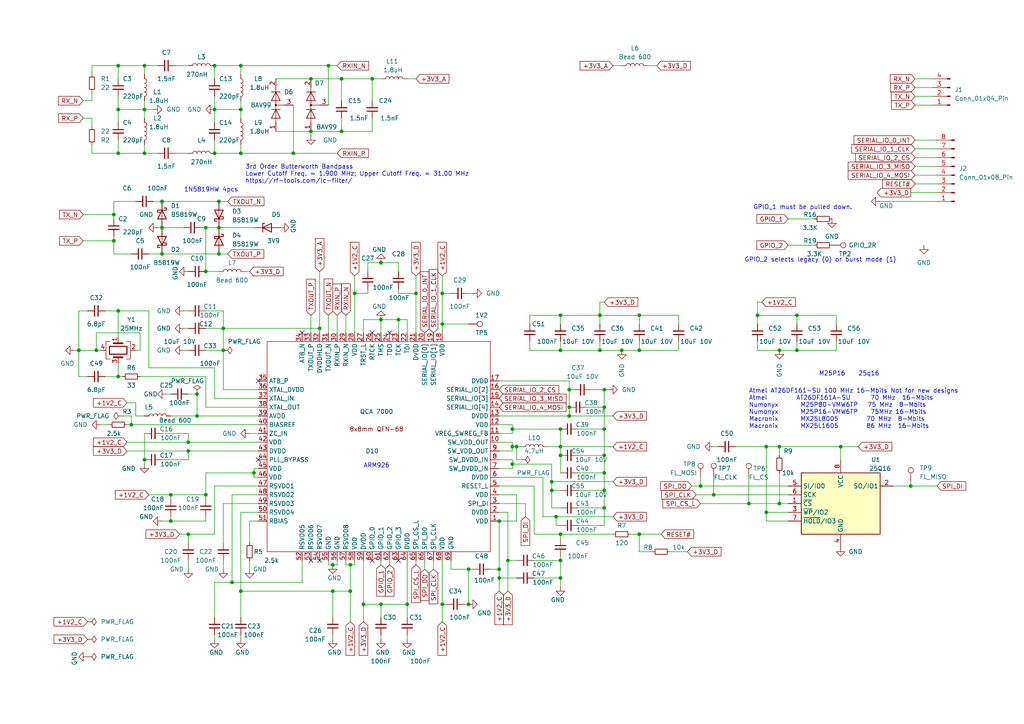
<source format=kicad_sch>
(kicad_sch (version 20230121) (generator eeschema)
  (paper "A4")
  (title_block (title "QCA7000 modem board") (date "2022-03-03") (rev "2") (comment 1 "Originally designed by Sergey Kostyanoy") (comment 2 "Reused by uhi22 (https://github.com/uhi22/QCA7000board)"))
  (junction (at 102.87 85.09))
  (junction (at 147.32 162.56))
  (junction (at 144.78 151.13))
  (junction (at 148.59 124.46))
  (junction (at 185.42 154.94))
  (junction (at 135.89 175.26))
  (junction (at 54.61 130.81))
  (junction (at 22.86 101.6))
  (junction (at 185.42 101.6))
  (junction (at 41.91 31.75))
  (junction (at 73.66 137.16))
  (junction (at 115.57 92.71))
  (junction (at 41.91 19.05))
  (junction (at 63.5 58.42))
  (junction (at 34.29 90.17))
  (junction (at 185.42 91.44))
  (junction (at 49.53 151.13))
  (junction (at 226.06 146.05))
  (junction (at 33.02 69.85))
  (junction (at 107.95 22.86))
  (junction (at 175.26 132.08))
  (junction (at 128.27 93.98))
  (junction (at 34.29 44.45))
  (junction (at 144.78 167.64))
  (junction (at 148.59 129.54))
  (junction (at 69.85 31.75))
  (junction (at 92.71 95.25))
  (junction (at 118.11 175.26))
  (junction (at 69.85 44.45))
  (junction (at 217.17 146.05))
  (junction (at 38.1 123.19))
  (junction (at 231.14 91.44))
  (junction (at 162.56 129.54))
  (junction (at 59.69 143.51))
  (junction (at 222.25 129.54))
  (junction (at 207.01 143.51))
  (junction (at 162.56 124.46))
  (junction (at 34.29 19.05))
  (junction (at 175.26 118.11))
  (junction (at 90.17 22.86))
  (junction (at 162.56 91.44))
  (junction (at 175.26 137.16))
  (junction (at 101.6 171.45))
  (junction (at 175.26 113.03))
  (junction (at 161.29 149.86))
  (junction (at 69.85 171.45))
  (junction (at 165.1 118.11))
  (junction (at 226.06 101.6))
  (junction (at 62.23 44.45))
  (junction (at 105.41 175.26))
  (junction (at 99.06 22.86))
  (junction (at 128.27 85.09))
  (junction (at 162.56 154.94))
  (junction (at 34.29 31.75))
  (junction (at 27.94 101.6))
  (junction (at 165.1 113.03))
  (junction (at 33.02 62.23))
  (junction (at 175.26 124.46))
  (junction (at 226.06 129.54))
  (junction (at 67.31 168.91))
  (junction (at 173.99 91.44))
  (junction (at 222.25 148.59))
  (junction (at 148.59 134.62))
  (junction (at 162.56 101.6))
  (junction (at 149.86 129.54))
  (junction (at 63.5 73.66))
  (junction (at 41.91 44.45))
  (junction (at 219.71 91.44))
  (junction (at 85.09 44.45))
  (junction (at 69.85 19.05))
  (junction (at 243.84 129.54))
  (junction (at 110.49 175.26))
  (junction (at 63.5 66.04))
  (junction (at 46.99 66.04))
  (junction (at 120.65 85.09))
  (junction (at 175.26 142.24))
  (junction (at 180.34 101.6))
  (junction (at 165.1 120.65))
  (junction (at 62.23 31.75))
  (junction (at 175.26 147.32))
  (junction (at 264.16 140.97))
  (junction (at 57.15 114.3))
  (junction (at 57.15 120.65))
  (junction (at 162.56 132.08))
  (junction (at 128.27 175.26))
  (junction (at 96.52 163.83))
  (junction (at 54.61 128.27))
  (junction (at 54.61 154.94))
  (junction (at 162.56 167.64))
  (junction (at 160.02 139.7))
  (junction (at 49.53 143.51))
  (junction (at 62.23 19.05))
  (junction (at 64.77 95.25))
  (junction (at 96.52 171.45))
  (junction (at 64.77 101.6))
  (junction (at 135.89 165.1))
  (junction (at 203.2 140.97))
  (junction (at 59.69 78.74))
  (junction (at 46.99 73.66))
  (junction (at 160.02 142.24))
  (junction (at 46.99 58.42))
  (junction (at 34.29 109.22))
  (junction (at 90.17 38.1))
  (junction (at 231.14 101.6))
  (junction (at 99.06 38.1))
  (junction (at 110.49 76.2))
  (junction (at 101.6 163.83))
  (junction (at 173.99 101.6))
  (junction (at 144.78 165.1))
  (junction (at 110.49 92.71))
  (junction (at 162.56 162.56))
  (junction (at 95.25 19.05))
  (junction (at 59.69 66.04))
  (junction (at 41.91 133.35))
  (no_connect (at 74.93 133.35))
  (no_connect (at 74.93 110.49))
  (no_connect (at 92.71 162.56))
  (no_connect (at 107.95 162.56))
  (no_connect (at 107.95 96.52))
  (no_connect (at 87.63 96.52))
  (no_connect (at 115.57 162.56))
  (no_connect (at 90.17 162.56))
  (no_connect (at 113.03 96.52))
  (wire (pts (xy 43.18 143.51) (xy 49.53 143.51)))
  (wire (pts (xy 160.02 134.62) (xy 160.02 139.7)))
  (wire (pts (xy 97.79 163.83) (xy 97.79 162.56)))
  (wire (pts (xy 59.69 118.11) (xy 74.93 118.11)))
  (wire (pts (xy 162.56 162.56) (xy 162.56 167.64)))
  (wire (pts (xy 154.94 140.97) (xy 154.94 154.94)))
  (wire (pts (xy 226.06 146.05) (xy 228.6 146.05)))
  (wire (pts (xy 110.49 175.26) (xy 110.49 179.07)))
  (wire (pts (xy 69.85 44.45) (xy 69.85 41.91)))
  (wire (pts (xy 72.39 78.74) (xy 71.12 78.74)))
  (wire (pts (xy 64.77 165.1) (xy 64.77 162.56)))
  (wire (pts (xy 265.43 53.34) (xy 271.78 53.34)))
  (wire (pts (xy 101.6 163.83) (xy 101.6 171.45)))
  (wire (pts (xy 115.57 92.71) (xy 110.49 92.71)))
  (wire (pts (xy 203.2 146.05) (xy 217.17 146.05)))
  (wire (pts (xy 162.56 167.64) (xy 154.94 167.64)))
  (wire (pts (xy 130.81 162.56) (xy 130.81 165.1)))
  (wire (pts (xy 36.83 128.27) (xy 54.61 128.27)))
  (wire (pts (xy 74.93 146.05) (xy 64.77 146.05)))
  (wire (pts (xy 85.09 44.45) (xy 97.79 44.45)))
  (wire (pts (xy 144.78 143.51) (xy 149.86 143.51)))
  (wire (pts (xy 33.02 68.58) (xy 33.02 69.85)))
  (wire (pts (xy 72.39 151.13) (xy 74.93 151.13)))
  (wire (pts (xy 95.25 91.44) (xy 95.25 96.52)))
  (wire (pts (xy 107.95 38.1) (xy 107.95 34.29)))
  (wire (pts (xy 62.23 140.97) (xy 74.93 140.97)))
  (wire (pts (xy 147.32 162.56) (xy 147.32 171.45)))
  (wire (pts (xy 69.85 171.45) (xy 96.52 171.45)))
  (wire (pts (xy 134.62 175.26) (xy 135.89 175.26)))
  (wire (pts (xy 135.89 165.1) (xy 137.16 165.1)))
  (wire (pts (xy 107.95 22.86) (xy 110.49 22.86)))
  (wire (pts (xy 49.53 151.13) (xy 59.69 151.13)))
  (wire (pts (xy 95.25 30.48) (xy 95.25 19.05)))
  (wire (pts (xy 107.95 22.86) (xy 99.06 22.86)))
  (wire (pts (xy 226.06 132.08) (xy 226.06 129.54)))
  (wire (pts (xy 54.61 154.94) (xy 62.23 154.94)))
  (wire (pts (xy 105.41 175.26) (xy 110.49 175.26)))
  (wire (pts (xy 102.87 162.56) (xy 102.87 163.83)))
  (wire (pts (xy 110.49 175.26) (xy 118.11 175.26)))
  (wire (pts (xy 34.29 31.75) (xy 34.29 35.56)))
  (wire (pts (xy 120.65 80.01) (xy 120.65 85.09)))
  (wire (pts (xy 54.61 165.1) (xy 54.61 162.56)))
  (wire (pts (xy 90.17 91.44) (xy 90.17 96.52)))
  (wire (pts (xy 167.64 137.16) (xy 175.26 137.16)))
  (wire (pts (xy 63.5 58.42) (xy 66.04 58.42)))
  (wire (pts (xy 49.53 149.86) (xy 49.53 151.13)))
  (wire (pts (xy 200.66 140.97) (xy 203.2 140.97)))
  (wire (pts (xy 40.64 109.22) (xy 59.69 109.22)))
  (wire (pts (xy 162.56 132.08) (xy 162.56 137.16)))
  (wire (pts (xy 162.56 99.06) (xy 162.56 101.6)))
  (wire (pts (xy 69.85 19.05) (xy 69.85 21.59)))
  (wire (pts (xy 207.01 129.54) (xy 208.28 129.54)))
  (wire (pts (xy 33.02 69.85) (xy 33.02 73.66)))
  (wire (pts (xy 33.02 63.5) (xy 33.02 62.23)))
  (wire (pts (xy 87.63 168.91) (xy 87.63 162.56)))
  (wire (pts (xy 63.5 66.04) (xy 73.66 66.04)))
  (wire (pts (xy 58.42 66.04) (xy 59.69 66.04)))
  (wire (pts (xy 153.67 101.6) (xy 162.56 101.6)))
  (wire (pts (xy 173.99 91.44) (xy 185.42 91.44)))
  (wire (pts (xy 153.67 93.98) (xy 153.67 91.44)))
  (wire (pts (xy 177.8 19.05) (xy 180.34 19.05)))
  (wire (pts (xy 40.64 96.52) (xy 27.94 96.52)))
  (wire (pts (xy 64.77 101.6) (xy 64.77 113.03)))
  (wire (pts (xy 213.36 129.54) (xy 222.25 129.54)))
  (wire (pts (xy 162.56 91.44) (xy 173.99 91.44)))
  (wire (pts (xy 99.06 22.86) (xy 90.17 22.86)))
  (wire (pts (xy 160.02 139.7) (xy 160.02 142.24)))
  (wire (pts (xy 219.71 101.6) (xy 226.06 101.6)))
  (wire (pts (xy 222.25 148.59) (xy 228.6 148.59)))
  (wire (pts (xy 162.56 154.94) (xy 177.8 154.94)))
  (wire (pts (xy 148.59 125.73) (xy 144.78 125.73)))
  (wire (pts (xy 173.99 87.63) (xy 173.99 91.44)))
  (wire (pts (xy 167.64 152.4) (xy 175.26 152.4)))
  (wire (pts (xy 40.64 101.6) (xy 40.64 96.52)))
  (wire (pts (xy 26.67 19.05) (xy 34.29 19.05)))
  (wire (pts (xy 41.91 133.35) (xy 41.91 134.62)))
  (wire (pts (xy 144.78 167.64) (xy 144.78 171.45)))
  (wire (pts (xy 21.59 101.6) (xy 22.86 101.6)))
  (wire (pts (xy 96.52 184.15) (xy 96.52 185.42)))
  (wire (pts (xy 219.71 99.06) (xy 219.71 101.6)))
  (wire (pts (xy 165.1 118.11) (xy 165.1 120.65)))
  (wire (pts (xy 128.27 80.01) (xy 128.27 85.09)))
  (wire (pts (xy 128.27 85.09) (xy 128.27 93.98)))
  (wire (pts (xy 43.18 73.66) (xy 46.99 73.66)))
  (wire (pts (xy 165.1 120.65) (xy 177.8 120.65)))
  (wire (pts (xy 265.43 30.48) (xy 270.51 30.48)))
  (wire (pts (xy 46.99 66.04) (xy 53.34 66.04)))
  (wire (pts (xy 203.2 140.97) (xy 228.6 140.97)))
  (wire (pts (xy 50.8 44.45) (xy 54.61 44.45)))
  (wire (pts (xy 228.6 71.12) (xy 236.22 71.12)))
  (wire (pts (xy 264.16 55.88) (xy 271.78 55.88)))
  (wire (pts (xy 222.25 148.59) (xy 222.25 151.13)))
  (wire (pts (xy 54.61 157.48) (xy 54.61 154.94)))
  (wire (pts (xy 34.29 105.41) (xy 34.29 109.22)))
  (wire (pts (xy 264.16 139.7) (xy 264.16 140.97)))
  (wire (pts (xy 46.99 58.42) (xy 63.5 58.42)))
  (wire (pts (xy 34.29 44.45) (xy 41.91 44.45)))
  (wire (pts (xy 57.15 114.3) (xy 57.15 120.65)))
  (wire (pts (xy 54.61 101.6) (xy 53.34 101.6)))
  (wire (pts (xy 41.91 44.45) (xy 41.91 41.91)))
  (wire (pts (xy 144.78 148.59) (xy 147.32 148.59)))
  (wire (pts (xy 59.69 78.74) (xy 63.5 78.74)))
  (wire (pts (xy 49.53 143.51) (xy 59.69 143.51)))
  (wire (pts (xy 130.81 165.1) (xy 135.89 165.1)))
  (wire (pts (xy 69.85 185.42) (xy 69.85 184.15)))
  (wire (pts (xy 231.14 101.6) (xy 242.57 101.6)))
  (wire (pts (xy 99.06 29.21) (xy 99.06 22.86)))
  (wire (pts (xy 95.25 19.05) (xy 69.85 19.05)))
  (wire (pts (xy 115.57 83.82) (xy 115.57 85.09)))
  (wire (pts (xy 161.29 149.86) (xy 161.29 152.4)))
  (wire (pts (xy 162.56 101.6) (xy 173.99 101.6)))
  (wire (pts (xy 62.23 154.94) (xy 62.23 140.97)))
  (wire (pts (xy 64.77 146.05) (xy 64.77 157.48)))
  (wire (pts (xy 96.52 163.83) (xy 97.79 163.83)))
  (wire (pts (xy 165.1 113.03) (xy 165.1 118.11)))
  (wire (pts (xy 33.02 73.66) (xy 38.1 73.66)))
  (wire (pts (xy 34.29 40.64) (xy 34.29 44.45)))
  (wire (pts (xy 53.34 95.25) (xy 54.61 95.25)))
  (wire (pts (xy 167.64 147.32) (xy 175.26 147.32)))
  (wire (pts (xy 185.42 101.6) (xy 196.85 101.6)))
  (wire (pts (xy 201.93 143.51) (xy 207.01 143.51)))
  (wire (pts (xy 24.13 69.85) (xy 33.02 69.85)))
  (wire (pts (xy 73.66 135.89) (xy 73.66 137.16)))
  (wire (pts (xy 41.91 31.75) (xy 44.45 31.75)))
  (wire (pts (xy 49.53 120.65) (xy 57.15 120.65)))
  (wire (pts (xy 148.59 123.19) (xy 148.59 124.46)))
  (wire (pts (xy 144.78 138.43) (xy 157.48 138.43)))
  (wire (pts (xy 118.11 92.71) (xy 115.57 92.71)))
  (wire (pts (xy 59.69 151.13) (xy 59.69 149.86)))
  (wire (pts (xy 46.99 73.66) (xy 63.5 73.66)))
  (wire (pts (xy 59.69 95.25) (xy 64.77 95.25)))
  (wire (pts (xy 231.14 91.44) (xy 242.57 91.44)))
  (wire (pts (xy 22.86 90.17) (xy 22.86 101.6)))
  (wire (pts (xy 54.61 130.81) (xy 74.93 130.81)))
  (wire (pts (xy 226.06 129.54) (xy 243.84 129.54)))
  (wire (pts (xy 101.6 171.45) (xy 101.6 180.34)))
  (wire (pts (xy 39.37 120.65) (xy 41.91 120.65)))
  (wire (pts (xy 92.71 78.74) (xy 92.71 95.25)))
  (wire (pts (xy 148.59 134.62) (xy 148.59 135.89)))
  (wire (pts (xy 26.67 34.29) (xy 26.67 36.83)))
  (wire (pts (xy 69.85 148.59) (xy 69.85 171.45)))
  (wire (pts (xy 113.03 163.83) (xy 113.03 162.56)))
  (wire (pts (xy 125.73 165.1) (xy 125.73 162.56)))
  (wire (pts (xy 64.77 90.17) (xy 64.77 95.25)))
  (wire (pts (xy 165.1 113.03) (xy 166.37 113.03)))
  (wire (pts (xy 34.29 109.22) (xy 30.48 109.22)))
  (wire (pts (xy 100.33 91.44) (xy 100.33 96.52)))
  (wire (pts (xy 185.42 160.02) (xy 185.42 154.94)))
  (wire (pts (xy 180.34 101.6) (xy 185.42 101.6)))
  (wire (pts (xy 105.41 162.56) (xy 105.41 175.26)))
  (wire (pts (xy 144.78 165.1) (xy 144.78 167.64)))
  (wire (pts (xy 62.23 19.05) (xy 69.85 19.05)))
  (wire (pts (xy 48.26 114.3) (xy 49.53 114.3)))
  (wire (pts (xy 148.59 133.35) (xy 148.59 134.62)))
  (wire (pts (xy 41.91 44.45) (xy 45.72 44.45)))
  (wire (pts (xy 110.49 185.42) (xy 110.49 184.15)))
  (wire (pts (xy 160.02 142.24) (xy 162.56 142.24)))
  (wire (pts (xy 149.86 143.51) (xy 149.86 151.13)))
  (wire (pts (xy 62.23 106.68) (xy 62.23 115.57)))
  (wire (pts (xy 182.88 154.94) (xy 185.42 154.94)))
  (wire (pts (xy 158.75 129.54) (xy 162.56 129.54)))
  (wire (pts (xy 196.85 91.44) (xy 196.85 93.98)))
  (wire (pts (xy 64.77 95.25) (xy 92.71 95.25)))
  (wire (pts (xy 22.86 109.22) (xy 25.4 109.22)))
  (wire (pts (xy 41.91 19.05) (xy 45.72 19.05)))
  (wire (pts (xy 34.29 22.86) (xy 34.29 19.05)))
  (wire (pts (xy 69.85 31.75) (xy 69.85 34.29)))
  (wire (pts (xy 264.16 140.97) (xy 259.08 140.97)))
  (wire (pts (xy 175.26 142.24) (xy 175.26 147.32)))
  (wire (pts (xy 101.6 163.83) (xy 102.87 163.83)))
  (wire (pts (xy 175.26 137.16) (xy 175.26 142.24)))
  (wire (pts (xy 231.14 91.44) (xy 231.14 93.98)))
  (wire (pts (xy 162.56 170.18) (xy 162.56 167.64)))
  (wire (pts (xy 148.59 129.54) (xy 149.86 129.54)))
  (wire (pts (xy 207.01 143.51) (xy 228.6 143.51)))
  (wire (pts (xy 219.71 87.63) (xy 219.71 91.44)))
  (wire (pts (xy 148.59 129.54) (xy 148.59 130.81)))
  (wire (pts (xy 73.66 138.43) (xy 74.93 138.43)))
  (wire (pts (xy 39.37 101.6) (xy 40.64 101.6)))
  (wire (pts (xy 189.23 160.02) (xy 185.42 160.02)))
  (wire (pts (xy 62.23 40.64) (xy 62.23 44.45)))
  (wire (pts (xy 118.11 96.52) (xy 118.11 92.71)))
  (wire (pts (xy 175.26 87.63) (xy 173.99 87.63)))
  (wire (pts (xy 52.07 154.94) (xy 54.61 154.94)))
  (wire (pts (xy 243.84 129.54) (xy 248.92 129.54)))
  (wire (pts (xy 147.32 148.59) (xy 147.32 162.56)))
  (wire (pts (xy 144.78 130.81) (xy 148.59 130.81)))
  (wire (pts (xy 41.91 31.75) (xy 41.91 29.21)))
  (wire (pts (xy 149.86 151.13) (xy 144.78 151.13)))
  (wire (pts (xy 144.78 151.13) (xy 144.78 165.1)))
  (wire (pts (xy 110.49 76.2) (xy 115.57 76.2)))
  (wire (pts (xy 228.6 63.5) (xy 236.22 63.5)))
  (wire (pts (xy 46.99 125.73) (xy 54.61 125.73)))
  (wire (pts (xy 144.78 140.97) (xy 154.94 140.97)))
  (wire (pts (xy 27.94 101.6) (xy 22.86 101.6)))
  (wire (pts (xy 161.29 152.4) (xy 162.56 152.4)))
  (wire (pts (xy 50.8 19.05) (xy 54.61 19.05)))
  (wire (pts (xy 57.15 120.65) (xy 74.93 120.65)))
  (wire (pts (xy 90.17 38.1) (xy 99.06 38.1)))
  (wire (pts (xy 25.4 90.17) (xy 22.86 90.17)))
  (wire (pts (xy 24.13 62.23) (xy 33.02 62.23)))
  (wire (pts (xy 26.67 44.45) (xy 34.29 44.45)))
  (wire (pts (xy 24.13 34.29) (xy 26.67 34.29)))
  (wire (pts (xy 34.29 90.17) (xy 30.48 90.17)))
  (wire (pts (xy 167.64 132.08) (xy 175.26 132.08)))
  (wire (pts (xy 177.8 149.86) (xy 161.29 149.86)))
  (wire (pts (xy 242.57 91.44) (xy 242.57 93.98)))
  (wire (pts (xy 44.45 58.42) (xy 46.99 58.42)))
  (wire (pts (xy 34.29 109.22) (xy 35.56 109.22)))
  (wire (pts (xy 95.25 163.83) (xy 96.52 163.83)))
  (wire (pts (xy 173.99 101.6) (xy 180.34 101.6)))
  (wire (pts (xy 160.02 139.7) (xy 177.8 139.7)))
  (wire (pts (xy 39.37 116.84) (xy 39.37 120.65)))
  (wire (pts (xy 64.77 113.03) (xy 74.93 113.03)))
  (wire (pts (xy 59.69 78.74) (xy 59.69 66.04)))
  (wire (pts (xy 160.02 142.24) (xy 160.02 147.32)))
  (wire (pts (xy 73.66 137.16) (xy 59.69 137.16)))
  (wire (pts (xy 106.68 83.82) (xy 106.68 85.09)))
  (wire (pts (xy 144.78 167.64) (xy 149.86 167.64)))
  (wire (pts (xy 102.87 85.09) (xy 102.87 96.52)))
  (wire (pts (xy 96.52 171.45) (xy 101.6 171.45)))
  (wire (pts (xy 41.91 31.75) (xy 41.91 34.29)))
  (wire (pts (xy 106.68 85.09) (xy 102.87 85.09)))
  (wire (pts (xy 144.78 128.27) (xy 148.59 128.27)))
  (wire (pts (xy 96.52 171.45) (xy 96.52 179.07)))
  (wire (pts (xy 151.13 133.35) (xy 149.86 133.35)))
  (wire (pts (xy 107.95 29.21) (xy 107.95 22.86)))
  (wire (pts (xy 105.41 175.26) (xy 105.41 180.34)))
  (wire (pts (xy 102.87 80.01) (xy 102.87 85.09)))
  (wire (pts (xy 118.11 175.26) (xy 118.11 162.56)))
  (wire (pts (xy 41.91 125.73) (xy 41.91 133.35)))
  (wire (pts (xy 62.23 31.75) (xy 62.23 35.56)))
  (wire (pts (xy 265.43 45.72) (xy 271.78 45.72)))
  (wire (pts (xy 167.64 142.24) (xy 175.26 142.24)))
  (wire (pts (xy 80.01 22.86) (xy 90.17 22.86)))
  (wire (pts (xy 243.84 129.54) (xy 243.84 133.35)))
  (wire (pts (xy 97.79 91.44) (xy 97.79 96.52)))
  (wire (pts (xy 59.69 90.17) (xy 64.77 90.17)))
  (wire (pts (xy 69.85 171.45) (xy 69.85 179.07)))
  (wire (pts (xy 147.32 162.56) (xy 149.86 162.56)))
  (wire (pts (xy 173.99 99.06) (xy 173.99 101.6)))
  (wire (pts (xy 27.94 96.52) (xy 27.94 101.6)))
  (wire (pts (xy 29.21 101.6) (xy 27.94 101.6)))
  (wire (pts (xy 175.26 113.03) (xy 175.26 118.11)))
  (wire (pts (xy 34.29 90.17) (xy 34.29 97.79)))
  (wire (pts (xy 62.23 31.75) (xy 69.85 31.75)))
  (wire (pts (xy 194.31 160.02) (xy 199.39 160.02)))
  (wire (pts (xy 90.17 39.37) (xy 90.17 38.1)))
  (wire (pts (xy 185.42 91.44) (xy 196.85 91.44)))
  (wire (pts (xy 196.85 101.6) (xy 196.85 99.06)))
  (wire (pts (xy 123.19 165.1) (xy 123.19 162.56)))
  (wire (pts (xy 34.29 90.17) (xy 43.18 90.17)))
  (wire (pts (xy 118.11 185.42) (xy 118.11 184.15)))
  (wire (pts (xy 255.27 58.42) (xy 271.78 58.42)))
  (wire (pts (xy 207.01 138.43) (xy 207.01 143.51)))
  (wire (pts (xy 265.43 43.18) (xy 271.78 43.18)))
  (wire (pts (xy 120.65 163.83) (xy 120.65 162.56)))
  (wire (pts (xy 95.25 162.56) (xy 95.25 163.83)))
  (wire (pts (xy 148.59 124.46) (xy 148.59 125.73)))
  (wire (pts (xy 162.56 154.94) (xy 162.56 156.21)))
  (wire (pts (xy 162.56 124.46) (xy 162.56 129.54)))
  (wire (pts (xy 24.13 29.21) (xy 26.67 29.21)))
  (wire (pts (xy 265.43 27.94) (xy 270.51 27.94)))
  (wire (pts (xy 74.93 143.51) (xy 67.31 143.51)))
  (wire (pts (xy 231.14 99.06) (xy 231.14 101.6)))
  (wire (pts (xy 99.06 34.29) (xy 99.06 38.1)))
  (wire (pts (xy 154.94 154.94) (xy 162.56 154.94)))
  (wire (pts (xy 115.57 76.2) (xy 115.57 78.74)))
  (wire (pts (xy 242.57 101.6) (xy 242.57 99.06)))
  (wire (pts (xy 36.83 130.81) (xy 54.61 130.81)))
  (wire (pts (xy 152.4 146.05) (xy 152.4 149.86)))
  (wire (pts (xy 80.01 38.1) (xy 90.17 38.1)))
  (wire (pts (xy 265.43 48.26) (xy 271.78 48.26)))
  (wire (pts (xy 36.83 123.19) (xy 38.1 123.19)))
  (wire (pts (xy 67.31 143.51) (xy 67.31 168.91)))
  (wire (pts (xy 153.67 91.44) (xy 162.56 91.44)))
  (wire (pts (xy 144.78 120.65) (xy 165.1 120.65)))
  (wire (pts (xy 120.65 85.09) (xy 120.65 96.52)))
  (wire (pts (xy 62.23 115.57) (xy 74.93 115.57)))
  (wire (pts (xy 62.23 44.45) (xy 69.85 44.45)))
  (wire (pts (xy 128.27 93.98) (xy 128.27 96.52)))
  (wire (pts (xy 115.57 85.09) (xy 120.65 85.09)))
  (wire (pts (xy 59.69 143.51) (xy 59.69 144.78)))
  (wire (pts (xy 64.77 95.25) (xy 64.77 101.6)))
  (wire (pts (xy 106.68 78.74) (xy 106.68 76.2)))
  (wire (pts (xy 162.56 93.98) (xy 162.56 91.44)))
  (wire (pts (xy 38.1 120.65) (xy 38.1 123.19)))
  (wire (pts (xy 59.69 101.6) (xy 64.77 101.6)))
  (wire (pts (xy 95.25 19.05) (xy 97.79 19.05)))
  (wire (pts (xy 26.67 29.21) (xy 26.67 26.67)))
  (wire (pts (xy 54.61 128.27) (xy 74.93 128.27)))
  (wire (pts (xy 173.99 91.44) (xy 173.99 93.98)))
  (wire (pts (xy 99.06 38.1) (xy 107.95 38.1)))
  (wire (pts (xy 175.26 118.11) (xy 175.26 124.46)))
  (wire (pts (xy 105.41 96.52) (xy 105.41 92.71)))
  (wire (pts (xy 118.11 22.86) (xy 120.65 22.86)))
  (wire (pts (xy 265.43 40.64) (xy 271.78 40.64)))
  (wire (pts (xy 41.91 19.05) (xy 41.91 21.59)))
  (wire (pts (xy 170.18 118.11) (xy 175.26 118.11)))
  (wire (pts (xy 219.71 91.44) (xy 219.71 93.98)))
  (wire (pts (xy 69.85 29.21) (xy 69.85 31.75)))
  (wire (pts (xy 33.02 62.23) (xy 33.02 58.42)))
  (wire (pts (xy 144.78 110.49) (xy 165.1 110.49)))
  (wire (pts (xy 43.18 106.68) (xy 62.23 106.68)))
  (wire (pts (xy 128.27 85.09) (xy 130.81 85.09)))
  (wire (pts (xy 220.98 87.63) (xy 219.71 87.63)))
  (wire (pts (xy 59.69 109.22) (xy 59.69 118.11)))
  (wire (pts (xy 67.31 168.91) (xy 87.63 168.91)))
  (wire (pts (xy 100.33 163.83) (xy 101.6 163.83)))
  (wire (pts (xy 162.56 129.54) (xy 162.56 132.08)))
  (wire (pts (xy 149.86 129.54) (xy 151.13 129.54)))
  (wire (pts (xy 157.48 149.86) (xy 161.29 149.86)))
  (wire (pts (xy 162.56 161.29) (xy 162.56 162.56)))
  (wire (pts (xy 62.23 27.94) (xy 62.23 31.75)))
  (wire (pts (xy 162.56 129.54) (xy 177.8 129.54)))
  (wire (pts (xy 271.78 140.97) (xy 264.16 140.97)))
  (wire (pts (xy 217.17 138.43) (xy 217.17 146.05)))
  (wire (pts (xy 62.23 168.91) (xy 67.31 168.91)))
  (wire (pts (xy 142.24 165.1) (xy 144.78 165.1)))
  (wire (pts (xy 154.94 162.56) (xy 162.56 162.56)))
  (wire (pts (xy 92.71 95.25) (xy 92.71 96.52)))
  (wire (pts (xy 222.25 151.13) (xy 228.6 151.13)))
  (wire (pts (xy 63.5 73.66) (xy 66.04 73.66)))
  (wire (pts (xy 135.89 165.1) (xy 135.89 175.26)))
  (wire (pts (xy 22.86 101.6) (xy 22.86 109.22)))
  (wire (pts (xy 175.26 124.46) (xy 175.26 132.08)))
  (wire (pts (xy 153.67 99.06) (xy 153.67 101.6)))
  (wire (pts (xy 226.06 137.16) (xy 226.06 146.05)))
  (wire (pts (xy 34.29 27.94) (xy 34.29 31.75)))
  (wire (pts (xy 36.83 116.84) (xy 39.37 116.84)))
  (wire (pts (xy 54.61 90.17) (xy 53.34 90.17)))
  (wire (pts (xy 73.66 137.16) (xy 73.66 138.43)))
  (wire (pts (xy 105.41 92.71) (xy 110.49 92.71)))
  (wire (pts (xy 144.78 133.35) (xy 148.59 133.35)))
  (wire (pts (xy 222.25 129.54) (xy 222.25 148.59)))
  (wire (pts (xy 219.71 91.44) (xy 231.14 91.44)))
  (wire (pts (xy 62.23 185.42) (xy 62.23 184.15)))
  (wire (pts (xy 85.09 44.45) (xy 69.85 44.45)))
  (wire (pts (xy 144.78 123.19) (xy 148.59 123.19)))
  (wire (pts (xy 110.49 163.83) (xy 110.49 162.56)))
  (wire (pts (xy 128.27 175.26) (xy 128.27 180.34)))
  (wire (pts (xy 72.39 157.48) (xy 72.39 151.13)))
  (wire (pts (xy 144.78 146.05) (xy 152.4 146.05)))
  (wire (pts (xy 74.93 135.89) (xy 73.66 135.89)))
  (wire (pts (xy 26.67 41.91) (xy 26.67 44.45)))
  (wire (pts (xy 62.23 179.07) (xy 62.23 168.91)))
  (wire (pts (xy 265.43 25.4) (xy 270.51 25.4)))
  (wire (pts (xy 43.18 90.17) (xy 43.18 106.68)))
  (wire (pts (xy 46.99 133.35) (xy 54.61 133.35)))
  (wire (pts (xy 265.43 50.8) (xy 271.78 50.8)))
  (wire (pts (xy 118.11 175.26) (xy 118.11 179.07)))
  (wire (pts (xy 59.69 137.16) (xy 59.69 143.51)))
  (wire (pts (xy 29.21 123.19) (xy 31.75 123.19)))
  (wire (pts (xy 115.57 96.52) (xy 115.57 92.71)))
  (wire (pts (xy 54.61 114.3) (xy 57.15 114.3)))
  (wire (pts (xy 45.72 66.04) (xy 46.99 66.04)))
  (wire (pts (xy 62.23 22.86) (xy 62.23 19.05)))
  (wire (pts (xy 226.06 101.6) (xy 231.14 101.6)))
  (wire (pts (xy 46.99 151.13) (xy 49.53 151.13)))
  (wire (pts (xy 185.42 154.94) (xy 191.77 154.94)))
  (wire (pts (xy 203.2 138.43) (xy 203.2 140.97)))
  (wire (pts (xy 185.42 99.06) (xy 185.42 101.6)))
  (wire (pts (xy 222.25 129.54) (xy 226.06 129.54)))
  (wire (pts (xy 85.09 30.48) (xy 85.09 44.45)))
  (wire (pts (xy 265.43 22.86) (xy 270.51 22.86)))
  (wire (pts (xy 54.61 133.35) (xy 54.61 130.81)))
  (wire (pts (xy 157.48 138.43) (xy 157.48 149.86)))
  (wire (pts (xy 165.1 110.49) (xy 165.1 113.03)))
  (wire (pts (xy 190.5 19.05) (xy 187.96 19.05)))
  (wire (pts (xy 38.1 123.19) (xy 74.93 123.19)))
  (wire (pts (xy 137.16 85.09) (xy 135.89 85.09)))
  (wire (pts (xy 49.53 143.51) (xy 49.53 144.78)))
  (wire (pts (xy 148.59 124.46) (xy 162.56 124.46)))
  (wire (pts (xy 149.86 133.35) (xy 149.86 129.54)))
  (wire (pts (xy 148.59 128.27) (xy 148.59 129.54)))
  (wire (pts (xy 160.02 147.32) (xy 162.56 147.32)))
  (wire (pts (xy 185.42 91.44) (xy 185.42 93.98)))
  (wire (pts (xy 175.26 132.08) (xy 175.26 137.16)))
  (wire (pts (xy 33.02 58.42) (xy 39.37 58.42)))
  (wire (pts (xy 176.53 113.03) (xy 175.26 113.03)))
  (wire (pts (xy 26.67 21.59) (xy 26.67 19.05)))
  (wire (pts (xy 72.39 162.56) (xy 72.39 165.1)))
  (wire (pts (xy 100.33 162.56) (xy 100.33 163.83)))
  (wire (pts (xy 175.26 147.32) (xy 175.26 152.4)))
  (wire (pts (xy 171.45 113.03) (xy 175.26 113.03)))
  (wire (pts (xy 35.56 120.65) (xy 38.1 120.65)))
  (wire (pts (xy 59.69 66.04) (xy 63.5 66.04)))
  (wire (pts (xy 74.93 148.59) (xy 69.85 148.59)))
  (wire (pts (xy 128.27 162.56) (xy 128.27 175.26)))
  (wire (pts (xy 34.29 19.05) (xy 41.91 19.05)))
  (wire (pts (xy 72.39 125.73) (xy 74.93 125.73)))
  (wire (pts (xy 110.49 92.71) (xy 110.49 96.52)))
  (wire (pts (xy 144.78 135.89) (xy 148.59 135.89)))
  (wire (pts (xy 135.89 93.98) (xy 128.27 93.98)))
  (wire (pts (xy 54.61 125.73) (xy 54.61 128.27)))
  (wire (pts (xy 148.59 134.62) (xy 160.02 134.62)))
  (wire (pts (xy 128.27 175.26) (xy 129.54 175.26)))
  (wire (pts (xy 106.68 76.2) (xy 110.49 76.2)))
  (wire (pts (xy 217.17 146.05) (xy 226.06 146.05)))
  (wire (pts (xy 167.64 124.46) (xy 175.26 124.46)))
  (wire (pts (xy 34.29 31.75) (xy 41.91 31.75)))
  (text "1N5819HW 4pcs\n" (at 53.34 55.88 0) (effects (font (size 1.27 1.27)) (justify left bottom)))
  (text "Atmel AT26DF161-SU 100 MHz 16-Mbits Not for new designs \nAtmel  	    AT26DF161A-SU  	70 MHz  16-Mbits\nNumonyx   	M25P80-VMW6TP   75 MHz  8-Mbits\nNumonyx 	M25P16-VMW6TP 	75MHz 16-Mbits\nMacronix  	MX25L8005  	    70 MHz  8-Mbits\nMacronix  	MX25L1605  	    86 MHz  16-Mbits\n" (at 217.17 124.46 0) (effects (font (size 1.27 1.27)) (justify left bottom)))
  (text "GPIO_2 selects legacy (0) or burst mode (1)" (at 215.9 76.2 0) (effects (font (size 1.27 1.27)) (justify left bottom)))
  (text "ARM926" (at 105.41 135.89 0) (effects (font (size 1.27 1.27)) (justify left bottom)))
  (text "3rd Order Butterworth Bandpass\nLower Cutoff Freq. = 1.900 MHz; Upper Cutoff Freq. = 31.00 MHz\nhttps://rf-tools.com/lc-filter/" (at 71.12 53.34 0) (effects (font (size 1.27 1.27)) (justify left bottom)))
  (text "M25P16" (at 237.49 109.22 0) (effects (font (size 1.27 1.27)) (justify left bottom)))
  (text "GPIO_1 must be pulled down." (at 218.44 60.96 0) (effects (font (size 1.27 1.27)) (justify left bottom)))
  (text "25q16" (at 248.92 109.22 0) (effects (font (size 1.27 1.27)) (justify left bottom)))
  (global_label "RX_N" (shape input) (at 24.13 29.21 180) (property "Intersheetrefs" "${INTERSHEET_REFS}" (effects hide)))
  (global_label "TX_P" (shape input) (at 265.43 30.48 180) (property "Intersheetrefs" "${INTERSHEET_REFS}" (effects hide)))
  (global_label "TX_N" (shape input) (at 265.43 27.94 180) (property "Intersheetrefs" "${INTERSHEET_REFS}" (effects hide)))
  (global_label "RESET#" (shape input) (at 265.43 53.34 180) (property "Intersheetrefs" "${INTERSHEET_REFS}" (effects hide)))
  (global_label "SERIAL_IO_1_CLK" (shape input) (at 125.73 96.52 90) (property "Intersheetrefs" "${INTERSHEET_REFS}" (effects hide)))
  (global_label "+1V2_C" (shape input) (at 101.6 180.34 270) (property "Intersheetrefs" "${INTERSHEET_REFS}" (effects hide)))
  (global_label "SERIAL_IO_4_MOSI" (shape input) (at 265.43 50.8 180) (property "Intersheetrefs" "${INTERSHEET_REFS}" (effects hide)))
  (global_label "+3V3_D" (shape input) (at 177.8 149.86 0) (property "Intersheetrefs" "${INTERSHEET_REFS}" (effects hide)))
  (global_label "TX_N" (shape input) (at 24.13 62.23 180) (property "Intersheetrefs" "${INTERSHEET_REFS}" (effects hide)))
  (global_label "TXOUT_N" (shape input) (at 95.25 91.44 90) (property "Intersheetrefs" "${INTERSHEET_REFS}" (effects hide)))
  (global_label "+3V3_D" (shape input) (at 177.8 139.7 0) (property "Intersheetrefs" "${INTERSHEET_REFS}" (effects hide)))
  (global_label "+3V3_D" (shape input) (at 105.41 180.34 270) (property "Intersheetrefs" "${INTERSHEET_REFS}" (effects hide)))
  (global_label "SERIAL_IO_3_MISO" (shape input) (at 144.78 115.57 0) (property "Intersheetrefs" "${INTERSHEET_REFS}" (effects hide)))
  (global_label "TXOUT_P" (shape input) (at 66.04 73.66 0) (property "Intersheetrefs" "${INTERSHEET_REFS}" (effects hide)))
  (global_label "RXIN_N" (shape input) (at 100.33 91.44 90) (property "Intersheetrefs" "${INTERSHEET_REFS}" (effects hide)))
  (global_label "RX_N" (shape input) (at 265.43 22.86 180) (property "Intersheetrefs" "${INTERSHEET_REFS}" (effects hide)))
  (global_label "SPI_DI" (shape input) (at 152.4 149.86 270) (property "Intersheetrefs" "${INTERSHEET_REFS}" (effects hide)))
  (global_label "+3V3_D" (shape input) (at 25.4 185.42 180) (property "Intersheetrefs" "${INTERSHEET_REFS}" (effects hide)))
  (global_label "RXIN_P" (shape input) (at 97.79 44.45 0) (property "Intersheetrefs" "${INTERSHEET_REFS}" (effects hide)))
  (global_label "+3V3_A" (shape input) (at 120.65 22.86 0) (property "Intersheetrefs" "${INTERSHEET_REFS}" (effects hide)))
  (global_label "SPI_CS_L" (shape input) (at 203.2 146.05 180) (property "Intersheetrefs" "${INTERSHEET_REFS}" (effects hide)))
  (global_label "+3V3_D" (shape input) (at 36.83 130.81 180) (property "Intersheetrefs" "${INTERSHEET_REFS}" (effects hide)))
  (global_label "SPI_DO" (shape input) (at 123.19 165.1 270) (property "Intersheetrefs" "${INTERSHEET_REFS}" (effects hide)))
  (global_label "TXOUT_P" (shape input) (at 90.17 91.44 90) (property "Intersheetrefs" "${INTERSHEET_REFS}" (effects hide)))
  (global_label "+3V3_D" (shape output) (at 264.16 55.88 180) (property "Intersheetrefs" "${INTERSHEET_REFS}" (effects hide)))
  (global_label "+1V2_C" (shape input) (at 36.83 116.84 180) (property "Intersheetrefs" "${INTERSHEET_REFS}" (effects hide)))
  (global_label "SERIAL_IO_2_CS" (shape input) (at 265.43 45.72 180) (property "Intersheetrefs" "${INTERSHEET_REFS}" (effects hide)))
  (global_label "+1V2_C" (shape input) (at 36.83 128.27 180) (property "Intersheetrefs" "${INTERSHEET_REFS}" (effects hide)))
  (global_label "+1V2_C" (shape input) (at 220.98 87.63 0) (property "Intersheetrefs" "${INTERSHEET_REFS}" (effects hide)))
  (global_label "+3V3_D" (shape input) (at 120.65 80.01 90) (property "Intersheetrefs" "${INTERSHEET_REFS}" (effects hide)))
  (global_label "SPI_CS_L" (shape input) (at 120.65 163.83 270) (property "Intersheetrefs" "${INTERSHEET_REFS}" (effects hide)))
  (global_label "+1V2_C" (shape input) (at 128.27 80.01 90) (property "Intersheetrefs" "${INTERSHEET_REFS}" (effects hide)))
  (global_label "GPIO_1" (shape input) (at 228.6 63.5 180) (property "Intersheetrefs" "${INTERSHEET_REFS}" (effects hide)))
  (global_label "+3V3_D" (shape input) (at 52.07 154.94 180) (property "Intersheetrefs" "${INTERSHEET_REFS}" (effects hide)))
  (global_label "+1V2_C" (shape input) (at 177.8 129.54 0) (property "Intersheetrefs" "${INTERSHEET_REFS}" (effects hide)))
  (global_label "SPI_DI" (shape input) (at 271.78 140.97 0) (property "Intersheetrefs" "${INTERSHEET_REFS}" (effects hide)))
  (global_label "TXOUT_N" (shape input) (at 66.04 58.42 0) (property "Intersheetrefs" "${INTERSHEET_REFS}" (effects hide)))
  (global_label "+3V3_D" (shape input) (at 190.5 19.05 0) (property "Intersheetrefs" "${INTERSHEET_REFS}" (effects hide)))
  (global_label "SERIAL_IO_1_CLK" (shape input) (at 265.43 43.18 180) (property "Intersheetrefs" "${INTERSHEET_REFS}" (effects hide)))
  (global_label "TX_P" (shape input) (at 24.13 69.85 180) (property "Intersheetrefs" "${INTERSHEET_REFS}" (effects hide)))
  (global_label "RX_P" (shape input) (at 24.13 34.29 180) (property "Intersheetrefs" "${INTERSHEET_REFS}" (effects hide)))
  (global_label "SERIAL_IO_4_MOSI" (shape input) (at 144.78 118.11 0) (property "Intersheetrefs" "${INTERSHEET_REFS}" (effects hide)))
  (global_label "RESET#" (shape input) (at 191.77 154.94 0) (property "Intersheetrefs" "${INTERSHEET_REFS}" (effects hide)))
  (global_label "SPI_DO" (shape input) (at 200.66 140.97 180) (property "Intersheetrefs" "${INTERSHEET_REFS}" (effects hide)))
  (global_label "+3V3_A" (shape input) (at 92.71 78.74 90) (property "Intersheetrefs" "${INTERSHEET_REFS}" (effects hide)))
  (global_label "GPIO_2" (shape input) (at 228.6 71.12 180) (property "Intersheetrefs" "${INTERSHEET_REFS}" (effects hide)))
  (global_label "+3V3_D" (shape input) (at 177.8 120.65 0) (property "Intersheetrefs" "${INTERSHEET_REFS}" (effects hide)))
  (global_label "+3V3_A" (shape input) (at 177.8 19.05 180) (property "Intersheetrefs" "${INTERSHEET_REFS}" (effects hide)))
  (global_label "+3V3_D" (shape input) (at 175.26 87.63 0) (property "Intersheetrefs" "${INTERSHEET_REFS}" (effects hide)))
  (global_label "+1V2_C" (shape input) (at 25.4 180.34 180) (property "Intersheetrefs" "${INTERSHEET_REFS}" (effects hide)))
  (global_label "+3V3_D" (shape input) (at 147.32 171.45 270) (property "Intersheetrefs" "${INTERSHEET_REFS}" (effects hide)))
  (global_label "SERIAL_IO_0_INT" (shape input) (at 123.19 96.52 90) (property "Intersheetrefs" "${INTERSHEET_REFS}" (effects hide)))
  (global_label "GPIO_2" (shape input) (at 113.03 163.83 270) (property "Intersheetrefs" "${INTERSHEET_REFS}" (effects hide)))
  (global_label "SERIAL_IO_3_MISO" (shape input) (at 265.43 48.26 180) (property "Intersheetrefs" "${INTERSHEET_REFS}" (effects hide)))
  (global_label "RX_P" (shape input) (at 265.43 25.4 180) (property "Intersheetrefs" "${INTERSHEET_REFS}" (effects hide)))
  (global_label "SPI_CLK" (shape input) (at 125.73 165.1 270) (property "Intersheetrefs" "${INTERSHEET_REFS}" (effects hide)))
  (global_label "+1V2_C" (shape input) (at 43.18 143.51 180) (property "Intersheetrefs" "${INTERSHEET_REFS}" (effects hide)))
  (global_label "+3V3_D" (shape input) (at 248.92 129.54 0) (property "Intersheetrefs" "${INTERSHEET_REFS}" (effects hide)))
  (global_label "GPIO_1" (shape input) (at 110.49 163.83 270) (property "Intersheetrefs" "${INTERSHEET_REFS}" (effects hide)))
  (global_label "SERIAL_IO_0_INT" (shape input) (at 265.43 40.64 180) (property "Intersheetrefs" "${INTERSHEET_REFS}" (effects hide)))
  (global_label "RXIN_P" (shape input) (at 97.79 91.44 90) (property "Intersheetrefs" "${INTERSHEET_REFS}" (effects hide)))
  (global_label "+3V3_D" (shape input) (at 199.39 160.02 0) (property "Intersheetrefs" "${INTERSHEET_REFS}" (effects hide)))
  (global_label "SERIAL_IO_2_CS" (shape input) (at 144.78 113.03 0) (property "Intersheetrefs" "${INTERSHEET_REFS}" (effects hide)))
  (global_label "+1V2_C" (shape input) (at 128.27 180.34 270) (property "Intersheetrefs" "${INTERSHEET_REFS}" (effects hide)))
  (global_label "+1V2_C" (shape input) (at 102.87 80.01 90) (property "Intersheetrefs" "${INTERSHEET_REFS}" (effects hide)))
  (global_label "+1V2_C" (shape input) (at 144.78 171.45 270) (property "Intersheetrefs" "${INTERSHEET_REFS}" (effects hide)))
  (global_label "RXIN_N" (shape input) (at 97.79 19.05 0) (property "Intersheetrefs" "${INTERSHEET_REFS}" (effects hide)))
  (global_label "SPI_CLK" (shape input) (at 201.93 143.51 180) (property "Intersheetrefs" "${INTERSHEET_REFS}" (effects hide)))
  (global_label "+3V3_D" (shape input) (at 72.39 78.74 0) (property "Intersheetrefs" "${INTERSHEET_REFS}" (effects hide)))
  (symbol (lib_id "power:PWR_FLAG") (at 57.15 114.3 0) (unit 1)
    (property "Reference" "#FLG0106" (effects hide))
    (property "Value" "PWR_FLAG" (at 49.53 110.49 0) (effects (justify left)))
  )
  (symbol (lib_name "C_Small_9") (lib_id "Device:C_Small") (at 132.08 175.26 270) (unit 1)
    (property "Reference" "C34" (at 132.08 171.45 90))
    (property "Value" "100nF" (at 133.35 179.07 90))
    (property "Footprint" "Capacitor_SMD:C_1206_3216Metric_Pad1.33x1.80mm_HandSolder" (effects hide))
    (property "LCSC" "C14663" (effects hide))
  )
  (symbol (lib_id "Memory_Flash:AT25SF081-SSHD-X") (at 243.84 146.05 0) (unit 1)
    (property "Reference" "U1" (at 254 133.35 0))
    (property "Value" "25Q16" (at 255.27 135.89 0))
    (property "Footprint" "Package_SO:SOP-8_5.28x5.23mm_P1.27mm" (effects hide))
    (property "LCSC" "C115407" (effects hide))
  )
  (symbol (lib_name "C_Small_23") (lib_id "Device:C_Small") (at 52.07 114.3 90) (unit 1)
    (property "Reference" "C25" (at 48.26 111.76 90))
    (property "Value" "100nF" (at 52.07 116.84 90))
    (property "Footprint" "Capacitor_SMD:C_1206_3216Metric_Pad1.33x1.80mm_HandSolder" (effects hide))
    (property "LCSC" "C14663" (effects hide))
  )
  (symbol (lib_id "Connector:TestPoint") (at 135.89 93.98 270) (unit 1)
    (property "Reference" "TP5" (at 139.7 96.52 90))
    (property "Value" "1V2" (at 139.7 91.44 90))
    (property "Footprint" "TestPoint:TestPoint_Pad_D1.0mm" (effects hide))
  )
  (symbol (lib_id "Device:R_Small") (at 72.39 160.02 0) (unit 1)
    (property "Reference" "R5" (at 74.93 160.02 0))
    (property "Value" "2.5k" (at 78.74 162.56 0))
    (property "Footprint" "Resistor_SMD:R_1206_3216Metric_Pad1.30x1.75mm_HandSolder" (effects hide))
    (property "LCSC" "C304065" (effects hide))
  )
  (symbol (lib_id "power:GND") (at 241.3 63.5 0) (unit 1)
    (property "Reference" "#PWR08" (effects hide))
    (property "Value" "GND" (at 241.3 68.58 0))
  )
  (symbol (lib_id "power:PWR_FLAG") (at 35.56 120.65 90) (unit 1)
    (property "Reference" "#FLG0107" (effects hide))
    (property "Value" "PWR_FLAG" (at 31.75 120.65 90) (effects (justify left)))
  )
  (symbol (lib_name "C_Small_13") (lib_id "Device:C_Small") (at 69.85 181.61 180) (unit 1)
    (property "Reference" "C23" (at 73.66 181.61 0))
    (property "Value" "100nF" (at 73.66 184.15 0))
    (property "Footprint" "Capacitor_SMD:C_1206_3216Metric_Pad1.33x1.80mm_HandSolder" (effects hide))
    (property "LCSC" "C14663" (effects hide))
  )
  (symbol (lib_id "Device:L") (at 69.85 25.4 0) (unit 1)
    (property "Reference" "L8" (at 73.66 22.86 0) (effects (justify left)))
    (property "Value" "1.8uH" (at 72.39 25.4 0) (effects (justify left)))
    (property "Footprint" "Inductor_SMD:L_1206_3216Metric_Pad1.22x1.90mm_HandSolder" (effects hide))
    (property "LCSC" "C78153" (effects hide))
  )
  (symbol (lib_name "C_Small_29") (lib_id "Device:C_Small") (at 152.4 167.64 90) (unit 1)
    (property "Reference" "C47" (at 156.21 166.37 90))
    (property "Value" "100nF" (at 157.48 168.91 90))
    (property "Footprint" "Capacitor_SMD:C_1206_3216Metric_Pad1.33x1.80mm_HandSolder" (effects hide))
    (property "LCSC" "C14663" (effects hide))
  )
  (symbol (lib_id "power:GND") (at 41.91 134.62 0) (unit 1)
    (property "Reference" "#PWR09" (effects hide))
    (property "Value" "GND" (at 39.37 135.89 0) (effects (justify right)))
  )
  (symbol (lib_id "Device:C_Small") (at 185.42 96.52 180) (unit 1)
    (property "Reference" "C41" (at 190.5 95.25 0))
    (property "Value" "10uF 10V" (at 190.5 99.06 0))
    (property "Footprint" "Capacitor_SMD:C_1210_3225Metric_Pad1.33x2.70mm_HandSolder" (effects hide))
    (property "Datasheet" "https://datasheet.lcsc.com/lcsc/1811110921_Samsung-Electro-Mechanics-CL10A106MA8NRNC_C96446.pdf" (effects hide))
    (property "LCSC" "C19702" (effects hide))
  )
  (symbol (lib_name "C_Small_4") (lib_id "Device:C_Small") (at 44.45 133.35 90) (unit 1)
    (property "Reference" "C17" (at 48.26 132.08 90))
    (property "Value" "100nF" (at 49.53 134.62 90))
    (property "Footprint" "Capacitor_SMD:C_1206_3216Metric_Pad1.33x1.80mm_HandSolder" (effects hide))
    (property "LCSC" "C14663" (effects hide))
  )
  (symbol (lib_id "Device:R_Small") (at 238.76 71.12 90) (unit 1)
    (property "Reference" "R19" (at 234.95 69.85 90))
    (property "Value" "3.3K" (at 236.22 73.66 90))
    (property "Footprint" "Resistor_SMD:R_1206_3216Metric_Pad1.30x1.75mm_HandSolder" (effects hide))
    (property "Datasheet" "https://datasheet.lcsc.com/lcsc/1811101920_UNI-ROYAL-Uniroyal-Elec-0603WAF3301T5E_C22978.pdf" (effects hide))
    (property "LCSC" "C22978" (effects hide))
  )
  (symbol (lib_name "C_Small_20") (lib_id "Device:C_Small") (at 107.95 31.75 180) (unit 1)
    (property "Reference" "C24" (at 111.76 29.21 0))
    (property "Value" "1.5nF" (at 113.03 34.29 0))
    (property "Footprint" "Capacitor_SMD:C_0805_2012Metric_Pad1.18x1.45mm_HandSolder" (effects hide))
    (property "LCSC" "C1595" (effects hide))
  )
  (symbol (lib_id "QualcommAtheros:QCA 7000") (at 109.22 130.81 180) (unit 1)
    (property "Reference" "D10" (at 107.95 130.81 0))
    (property "Value" "QCA 7000" (at 109.22 119.38 0))
    (property "Footprint" "Package_DFN_QFN:QFN-68-1EP_8x8mm_P0.4mm_EP5.2x5.2mm_ThermalVias" (effects hide))
    (property "Datasheet" "https://www.usbid.com/assets/datasheets/21/qualcom.pdf" (effects hide))
  )
  (symbol (lib_id "power:GND") (at 44.45 31.75 90) (unit 1)
    (property "Reference" "#PWR03" (effects hide))
    (property "Value" "GND" (at 48.26 31.75 90) (effects (justify right)))
  )
  (symbol (lib_id "power:GND") (at 72.39 125.73 270) (unit 1)
    (property "Reference" "#PWR013" (effects hide))
    (property "Value" "GND" (at 68.58 125.73 90) (effects (justify right)))
  )
  (symbol (lib_id "power:GND") (at 96.52 163.83 0) (unit 1)
    (property "Reference" "#PWR011" (effects hide))
    (property "Value" "GND" (at 99.06 167.64 0) (effects (justify right)))
  )
  (symbol (lib_id "Device:R_Small") (at 34.29 123.19 270) (unit 1)
    (property "Reference" "R3" (at 36.83 119.38 90))
    (property "Value" "2.5k" (at 33.02 125.73 90))
    (property "Footprint" "Resistor_SMD:R_1206_3216Metric_Pad1.30x1.75mm_HandSolder" (effects hide))
    (property "LCSC" "C304065" (effects hide))
  )
  (symbol (lib_id "Diode:1N5819") (at 63.5 62.23 90) (unit 1)
    (property "Reference" "D3" (at 67.31 61.2774 90) (effects (justify right)))
    (property "Value" "B5819W" (at 67.31 63.8174 90) (effects (justify right)))
    (property "Footprint" "Diode_SMD:D_SOD-123" (effects hide))
    (property "LCSC" "C8598" (effects hide))
  )
  (symbol (lib_id "Device:C_Small") (at 196.85 96.52 180) (unit 1)
    (property "Reference" "C42" (at 201.93 95.25 0))
    (property "Value" "10uF 10V" (at 201.93 99.06 0))
    (property "Footprint" "Capacitor_SMD:C_1210_3225Metric_Pad1.33x2.70mm_HandSolder" (effects hide))
    (property "Datasheet" "https://datasheet.lcsc.com/lcsc/1811110921_Samsung-Electro-Mechanics-CL10A106MA8NRNC_C96446.pdf" (effects hide))
    (property "LCSC" "C19702" (effects hide))
  )
  (symbol (lib_name "C_Small_3") (lib_id "Device:C_Small") (at 139.7 165.1 270) (unit 1)
    (property "Reference" "C48" (at 139.7 161.29 90))
    (property "Value" "100nF" (at 140.494 168.323 90))
    (property "Footprint" "Capacitor_SMD:C_1206_3216Metric_Pad1.33x1.80mm_HandSolder" (effects hide))
    (property "LCSC" "C14663" (effects hide))
  )
  (symbol (lib_name "C_Small_20") (lib_id "Device:C_Small") (at 48.26 19.05 270) (unit 1)
    (property "Reference" "C7" (at 48.26 15.24 90))
    (property "Value" "1.5nF" (at 48.26 22.86 90))
    (property "Footprint" "Capacitor_SMD:C_0805_2012Metric_Pad1.18x1.45mm_HandSolder" (effects hide))
    (property "LCSC" "C1595" (effects hide))
  )
  (symbol (lib_id "Device:L") (at 69.85 38.1 0) (unit 1)
    (property "Reference" "L9" (at 73.66 35.56 0) (effects (justify left)))
    (property "Value" "1.8uH" (at 72.39 38.1 0) (effects (justify left)))
    (property "Footprint" "Inductor_SMD:L_1206_3216Metric_Pad1.22x1.90mm_HandSolder" (effects hide))
    (property "LCSC" "C78153" (effects hide))
  )
  (symbol (lib_name "C_Small_8") (lib_id "Device:C_Small") (at 49.53 147.32 180) (unit 1)
    (property "Reference" "C18" (at 45.72 144.78 0))
    (property "Value" "100nF" (at 44.45 147.32 0))
    (property "Footprint" "Capacitor_SMD:C_0805_2012Metric_Pad1.18x1.45mm_HandSolder" (effects hide))
    (property "LCSC" "C14663" (effects hide))
  )
  (symbol (lib_name "C_Small_7") (lib_id "Device:C_Small") (at 59.69 147.32 180) (unit 1)
    (property "Reference" "C19" (at 55.88 144.78 0))
    (property "Value" "100nF" (at 54.61 147.32 0))
    (property "Footprint" "Capacitor_SMD:C_1206_3216Metric_Pad1.33x1.80mm_HandSolder" (effects hide))
    (property "LCSC" "C14663" (effects hide))
  )
  (symbol (lib_name "C_Small_26") (lib_id "Device:C_Small") (at 41.91 58.42 270) (unit 1)
    (property "Reference" "C6" (at 36.83 54.61 90))
    (property "Value" "100nF" (at 45.72 54.61 90))
    (property "Footprint" "Capacitor_SMD:C_1206_3216Metric_Pad1.33x1.80mm_HandSolder" (effects hide))
    (property "LCSC" "C14663" (effects hide))
  )
  (symbol (lib_id "power:GND") (at 162.56 170.18 0) (unit 1)
    (property "Reference" "#PWR0115" (effects hide))
    (property "Value" "GND" (at 163.83 173.99 0) (effects (justify right)))
  )
  (symbol (lib_id "power:PWR_FLAG") (at 25.4 190.5 270) (unit 1)
    (property "Reference" "#FLG0101" (effects hide))
    (property "Value" "PWR_FLAG" (at 29.21 190.4999 90) (effects (justify left)))
  )
  (symbol (lib_id "Device:R_Small") (at 38.1 109.22 90) (unit 1)
    (property "Reference" "R6" (at 38.1 106.68 90))
    (property "Value" "33" (at 38.1 111.76 90))
    (property "Footprint" "Resistor_SMD:R_1206_3216Metric_Pad1.30x1.75mm_HandSolder" (effects hide))
    (property "Datasheet" "https://datasheet.lcsc.com/lcsc/1811081710_UNI-ROYAL-Uniroyal-Elec-0603WAF330JT5E_C23140.pdf" (effects hide))
    (property "LCSC" "C23140" (effects hide))
  )
  (symbol (lib_id "Device:L") (at 67.31 78.74 90) (unit 1)
    (property "Reference" "L7" (at 67.31 76.2 90))
    (property "Value" "Bead 600" (at 67.31 81.28 90))
    (property "Footprint" "Inductor_SMD:L_1206_3216Metric_Pad1.22x1.90mm_HandSolder" (effects hide))
    (property "Datasheet" "https://datasheet.lcsc.com/lcsc/1811091241_Sunlord-GZ1608D601TF_C1002.pdf" (effects hide))
    (property "LCSC" "C1002" (effects hide))
  )
  (symbol (lib_id "power:GND") (at 110.49 76.2 180) (unit 1)
    (property "Reference" "#PWR0102" (effects hide))
    (property "Value" "GND" (at 107.95 72.39 0) (effects (justify right)))
  )
  (symbol (lib_id "Connector:Conn_01x04_Pin") (at 275.59 27.94 180) (unit 1)
    (property "Reference" "J1" (at 276.86 26.035 0) (effects (justify right)))
    (property "Value" "Conn_01x04_Pin" (at 276.86 28.575 0) (effects (justify right)))
    (property "Footprint" "Connector_PinHeader_2.54mm:PinHeader_1x04_P2.54mm_Vertical" (effects hide))
  )
  (symbol (lib_id "power:GND") (at 110.49 185.42 0) (unit 1)
    (property "Reference" "#PWR0114" (effects hide))
    (property "Value" "GND" (at 113.03 189.23 0) (effects (justify right)))
  )
  (symbol (lib_name "C_Small_37") (lib_id "Device:C_Small") (at 106.68 81.28 180) (unit 1)
    (property "Reference" "C27" (at 106.68 74.93 0))
    (property "Value" "100nF" (at 111.0954 83.3667 0))
    (property "Footprint" "Capacitor_SMD:C_1206_3216Metric_Pad1.33x1.80mm_HandSolder" (effects hide))
    (property "LCSC" "C14663" (effects hide))
  )
  (symbol (lib_id "Connector:Conn_01x08_Pin") (at 276.86 50.8 180) (unit 1)
    (property "Reference" "J2" (at 278.13 48.895 0) (effects (justify right)))
    (property "Value" "Conn_01x08_Pin" (at 278.13 51.435 0) (effects (justify right)))
    (property "Footprint" "Connector_PinHeader_2.54mm:PinHeader_1x08_P2.54mm_Vertical" (effects hide))
  )
  (symbol (lib_id "power:PWR_FLAG") (at 151.13 133.35 270) (unit 1)
    (property "Reference" "#FLG0104" (effects hide))
    (property "Value" "PWR_FLAG" (at 149.86 137.16 90) (effects (justify left)))
  )
  (symbol (lib_id "Device:L") (at 114.3 22.86 90) (unit 1)
    (property "Reference" "L11" (at 115.57 17.78 90) (effects (justify left)))
    (property "Value" "1.8uH" (at 116.84 20.32 90) (effects (justify left)))
    (property "Footprint" "Inductor_SMD:L_1206_3216Metric_Pad1.22x1.90mm_HandSolder" (effects hide))
    (property "LCSC" "C78153" (effects hide))
  )
  (symbol (lib_name "C_Small_44") (lib_id "Device:C_Small") (at 133.35 85.09 270) (unit 1)
    (property "Reference" "C29" (at 133.35 81.28 90))
    (property "Value" "100nF" (at 133.35 88.9 90))
    (property "Footprint" "Capacitor_SMD:C_1206_3216Metric_Pad1.33x1.80mm_HandSolder" (effects hide))
    (property "LCSC" "C14663" (effects hide))
  )
  (symbol (lib_id "Device:R_Small") (at 238.76 63.5 90) (unit 1)
    (property "Reference" "R16" (at 234.95 62.23 90))
    (property "Value" "3.3K" (at 234.95 66.04 90))
    (property "Footprint" "Resistor_SMD:R_1206_3216Metric_Pad1.30x1.75mm_HandSolder" (effects hide))
    (property "Datasheet" "https://datasheet.lcsc.com/lcsc/1811101920_UNI-ROYAL-Uniroyal-Elec-0603WAF3301T5E_C22978.pdf" (effects hide))
    (property "LCSC" "C22978" (effects hide))
  )
  (symbol (lib_id "Device:C_Small") (at 57.15 95.25 90) (unit 1)
    (property "Reference" "C12" (at 59.69 93.98 90))
    (property "Value" "10uF 10V" (at 52.07 99.06 90))
    (property "Footprint" "Capacitor_SMD:C_1210_3225Metric_Pad1.33x2.70mm_HandSolder" (effects hide))
    (property "Datasheet" "https://datasheet.lcsc.com/lcsc/1811110921_Samsung-Electro-Mechanics-CL10A106MA8NRNC_C96446.pdf" (effects hide))
    (property "LCSC" "C19702" (effects hide))
  )
  (symbol (lib_id "Connector:TestPoint") (at 241.3 71.12 270) (unit 1)
    (property "Reference" "TP2" (at 245.11 73.66 90))
    (property "Value" "GPIO_2R" (at 250.19 71.12 90))
    (property "Footprint" "TestPoint:TestPoint_Pad_D1.0mm" (effects hide))
  )
  (symbol (lib_id "Connector:TestPoint") (at 217.17 138.43 0) (unit 1)
    (property "Reference" "TP6" (at 218.44 135.89 0) (effects (justify left)))
    (property "Value" "FL_CS" (at 217.17 138.43 0) (effects (justify left)))
    (property "Footprint" "TestPoint:TestPoint_THTPad_D1.0mm_Drill0.5mm" (effects hide))
  )
  (symbol (lib_name "C_Small_28") (lib_id "Device:C_Small") (at 162.56 158.75 0) (unit 1)
    (property "Reference" "C45" (at 168.91 157.48 0))
    (property "Value" "100nF" (at 167.64 161.29 0))
    (property "Footprint" "Capacitor_SMD:C_1206_3216Metric_Pad1.33x1.80mm_HandSolder" (effects hide))
    (property "LCSC" "C14663" (effects hide))
  )
  (symbol (lib_id "Device:C_Small") (at 168.91 113.03 270) (unit 1)
    (property "Reference" "C37" (at 167.64 106.68 90))
    (property "Value" "10uF 10V" (at 168.91 109.22 90))
    (property "Footprint" "Capacitor_SMD:C_1210_3225Metric_Pad1.33x2.70mm_HandSolder" (effects hide))
    (property "Datasheet" "https://datasheet.lcsc.com/lcsc/1811110921_Samsung-Electro-Mechanics-CL10A106MA8NRNC_C96446.pdf" (effects hide))
    (property "LCSC" "C19702" (effects hide))
  )
  (symbol (lib_name "C_Small_12") (lib_id "Device:C_Small") (at 62.23 181.61 180) (unit 1)
    (property "Reference" "C21" (at 66.04 181.61 0))
    (property "Value" "100nF" (at 66.04 184.15 0))
    (property "Footprint" "Capacitor_SMD:C_1206_3216Metric_Pad1.33x1.80mm_HandSolder" (effects hide))
    (property "LCSC" "C14663" (effects hide))
  )
  (symbol (lib_name "C_Small_30") (lib_id "Device:C_Small") (at 152.4 162.56 90) (unit 1)
    (property "Reference" "C46" (at 156.21 161.29 90))
    (property "Value" "100nF" (at 157.48 163.83 90))
    (property "Footprint" "Capacitor_SMD:C_1206_3216Metric_Pad1.33x1.80mm_HandSolder" (effects hide))
    (property "LCSC" "C14663" (effects hide))
  )
  (symbol (lib_id "Connector:TestPoint") (at 264.16 139.7 0) (unit 1)
    (property "Reference" "TP9" (at 266.7 135.763 0) (effects (justify left)))
    (property "Value" "FL_MISO" (at 266.7 138.303 0) (effects (justify left)))
    (property "Footprint" "TestPoint:TestPoint_THTPad_D1.0mm_Drill0.5mm" (effects hide))
  )
  (symbol (lib_id "power:GND") (at 90.17 39.37 0) (unit 1)
    (property "Reference" "#PWR017" (effects hide))
    (property "Value" "GND" (at 97.79 40.64 0) (effects (justify right)))
  )
  (symbol (lib_id "Device:L") (at 58.42 19.05 90) (unit 1)
    (property "Reference" "L3" (at 58.42 16.51 90))
    (property "Value" "270nH" (at 57.15 21.59 90))
    (property "Footprint" "Inductor_SMD:L_1206_3216Metric_Pad1.22x1.90mm_HandSolder" (effects hide))
    (property "LCSC" "C381901" (effects hide))
  )
  (symbol (lib_id "power:GND") (at 110.49 92.71 180) (unit 1)
    (property "Reference" "#PWR023" (effects hide))
    (property "Value" "GND" (at 107.95 88.9 0) (effects (justify right)))
  )
  (symbol (lib_id "power:GND") (at 180.34 101.6 0) (unit 1)
    (property "Reference" "#PWR024" (effects hide))
    (property "Value" "GND" (at 180.34 105.41 90) (effects (justify right)))
  )
  (symbol (lib_id "power:GND") (at 64.77 165.1 0) (unit 1)
    (property "Reference" "#PWR0110" (effects hide))
    (property "Value" "GND" (at 63.5 165.1 0) (effects (justify right)))
  )
  (symbol (lib_name "C_Small_16") (lib_id "Device:C_Small") (at 55.88 66.04 90) (unit 1)
    (property "Reference" "C9" (at 58.42 63.5 90))
    (property "Value" "100nF" (at 55.88 69.85 90))
    (property "Footprint" "Capacitor_SMD:C_1206_3216Metric_Pad1.33x1.80mm_HandSolder" (effects hide))
    (property "LCSC" "C14663" (effects hide))
  )
  (symbol (lib_id "Device:C_Small") (at 165.1 132.08 90) (unit 1)
    (property "Reference" "C54" (at 167.64 130.81 90))
    (property "Value" "10uF 10V" (at 171.45 133.35 90))
    (property "Footprint" "Capacitor_SMD:C_1210_3225Metric_Pad1.33x2.70mm_HandSolder" (effects hide))
    (property "Datasheet" "https://datasheet.lcsc.com/lcsc/1811110921_Samsung-Electro-Mechanics-CL10A106MA8NRNC_C96446.pdf" (effects hide))
    (property "LCSC" "C19702" (effects hide))
  )
  (symbol (lib_name "C_Small_20") (lib_id "Device:C_Small") (at 99.06 31.75 180) (unit 1)
    (property "Reference" "C15" (at 102.87 29.21 0))
    (property "Value" "1.5nF" (at 104.14 34.29 0))
    (property "Footprint" "Capacitor_SMD:C_0805_2012Metric_Pad1.18x1.45mm_HandSolder" (effects hide))
    (property "LCSC" "C1595" (effects hide))
  )
  (symbol (lib_id "power:GND") (at 267.97 71.12 0) (unit 1)
    (property "Reference" "#PWR0124" (effects hide))
    (property "Value" "GND" (at 267.97 76.2 0))
  )
  (symbol (lib_id "Diode:1N5819") (at 63.5 69.85 270) (unit 1)
    (property "Reference" "D4" (at 67.31 68.2624 90) (effects (justify left)))
    (property "Value" "B5819W" (at 67.31 70.8024 90) (effects (justify left)))
    (property "Footprint" "Diode_SMD:D_SOD-123" (effects hide))
    (property "LCSC" "C8598" (effects hide))
  )
  (symbol (lib_id "Device:R_Small") (at 191.77 160.02 90) (unit 1)
    (property "Reference" "R8" (at 187.96 158.75 90))
    (property "Value" "10k" (at 196.85 158.75 90))
    (property "Footprint" "Resistor_SMD:R_1206_3216Metric_Pad1.30x1.75mm_HandSolder" (effects hide))
    (property "LCSC" "C25804" (effects hide))
  )
  (symbol (lib_id "power:GND") (at 176.53 113.03 90) (unit 1)
    (property "Reference" "#PWR0101" (effects hide))
    (property "Value" "GND" (at 180.34 113.03 90) (effects (justify right)))
  )
  (symbol (lib_id "power:GND") (at 243.84 158.75 0) (unit 1)
    (property "Reference" "#PWR02" (effects hide))
    (property "Value" "GND" (at 250.19 160.02 0) (effects (justify right)))
  )
  (symbol (lib_name "C_Small_41") (lib_id "Device:C_Small") (at 33.02 66.04 0) (unit 1)
    (property "Reference" "C2" (at 34.29 63.5 0) (effects (justify left)))
    (property "Value" "220pF" (at 35.56 67.31 0) (effects (justify left)))
    (property "Footprint" "Capacitor_SMD:C_0805_2012Metric_Pad1.18x1.45mm_HandSolder" (effects hide))
    (property "LCSC" "C1603" (effects hide))
  )
  (symbol (lib_name "C_Small_1") (lib_id "Device:C_Small") (at 44.45 125.73 90) (unit 1)
    (property "Reference" "C16" (at 48.26 124.46 90))
    (property "Value" "100nF" (at 49.53 127 90))
    (property "Footprint" "Capacitor_SMD:C_1206_3216Metric_Pad1.33x1.80mm_HandSolder" (effects hide))
    (property "LCSC" "C14663" (effects hide))
  )
  (symbol (lib_id "Device:D_Zener") (at 77.47 66.04 0) (unit 1)
    (property "Reference" "D5" (at 78.74 62.23 0) (effects (justify left)))
    (property "Value" "3V9" (at 77.47 69.85 0) (effects (justify left)))
    (property "Footprint" "Diode_SMD:D_SMA" (effects hide))
    (property "LCSC" " C438352" (effects hide))
  )
  (symbol (lib_id "Device:C_Small") (at 27.94 109.22 90) (unit 1)
    (property "Reference" "C49" (at 27.94 105.41 90))
    (property "Value" "6.8pF" (at 27.94 113.03 90))
    (property "Footprint" "Capacitor_SMD:C_0805_2012Metric_Pad1.18x1.45mm_HandSolder" (effects hide))
    (property "Datasheet" "https://datasheet.lcsc.com/lcsc/1811061822_FH-Guangdong-Fenghua-Advanced-Tech-0603CG6R8C500NT_C1679.pdf" (effects hide))
    (property "LCSC" "C1679" (effects hide))
  )
  (symbol (lib_name "C_Small_32") (lib_id "Device:C_Small") (at 165.1 124.46 90) (unit 1)
    (property "Reference" "C39" (at 168.91 123.19 90))
    (property "Value" "100nF" (at 170.18 125.73 90))
    (property "Footprint" "Capacitor_SMD:C_1206_3216Metric_Pad1.33x1.80mm_HandSolder" (effects hide))
    (property "LCSC" "C14663" (effects hide))
  )
  (symbol (lib_id "Connector:TestPoint") (at 207.01 138.43 0) (unit 1)
    (property "Reference" "TP7" (at 208.28 135.89 0) (effects (justify left)))
    (property "Value" "FL_CLK" (at 207.01 138.43 0) (effects (justify left)))
    (property "Footprint" "TestPoint:TestPoint_THTPad_D1.0mm_Drill0.5mm" (effects hide))
  )
  (symbol (lib_name "C_Small_35") (lib_id "Device:C_Small") (at 165.1 147.32 90) (unit 1)
    (property "Reference" "C43" (at 168.91 146.05 90))
    (property "Value" "100nF" (at 170.18 148.59 90))
    (property "Footprint" "Capacitor_SMD:C_1206_3216Metric_Pad1.33x1.80mm_HandSolder" (effects hide))
    (property "LCSC" "C14663" (effects hide))
  )
  (symbol (lib_id "Diode:1N5819") (at 46.99 69.85 90) (unit 1)
    (property "Reference" "D2" (at 49.53 72.39 90) (effects (justify right)))
    (property "Value" "B5819W" (at 44.45 76.2 90) (effects (justify right)))
    (property "Footprint" "Diode_SMD:D_SOD-123" (effects hide))
    (property "LCSC" "C8598" (effects hide))
  )
  (symbol (lib_id "power:GND") (at 62.23 31.75 270) (unit 1)
    (property "Reference" "#PWR026" (effects hide))
    (property "Value" "GND" (at 58.42 31.75 90) (effects (justify right)))
  )
  (symbol (lib_name "C_Small_2") (lib_id "Device:C_Small") (at 210.82 129.54 270) (unit 1)
    (property "Reference" "C50" (at 210.82 125.73 90))
    (property "Value" "100nF" (at 210.82 133.35 90))
    (property "Footprint" "Capacitor_SMD:C_1206_3216Metric_Pad1.33x1.80mm_HandSolder" (effects hide))
    (property "LCSC" "C14663" (effects hide))
  )
  (symbol (lib_name "C_Small_24") (lib_id "Device:C_Small") (at 57.15 90.17 270) (unit 1)
    (property "Reference" "C11" (at 60.96 88.9 90))
    (property "Value" "100nF" (at 60.96 91.44 90))
    (property "Footprint" "Capacitor_SMD:C_1206_3216Metric_Pad1.33x1.80mm_HandSolder" (effects hide))
    (property "LCSC" "C14663" (effects hide))
  )
  (symbol (lib_id "power:GND") (at 53.34 90.17 270) (unit 1)
    (property "Reference" "#PWR0103" (effects hide))
    (property "Value" "GND" (at 49.53 90.17 90) (effects (justify right)))
  )
  (symbol (lib_id "Device:L") (at 41.91 38.1 0) (unit 1)
    (property "Reference" "L2" (at 44.45 34.29 0) (effects (justify left)))
    (property "Value" "1.8uH" (at 43.18 36.83 0) (effects (justify left)))
    (property "Footprint" "Inductor_SMD:L_1206_3216Metric_Pad1.22x1.90mm_HandSolder" (effects hide))
    (property "LCSC" "C78153" (effects hide))
  )
  (symbol (lib_id "Device:R_Small") (at 26.67 24.13 0) (unit 1)
    (property "Reference" "R1" (at 29.21 22.8599 0) (effects (justify left)))
    (property "Value" "22" (at 29.21 25.3999 0) (effects (justify left)))
    (property "Footprint" "Resistor_SMD:R_1206_3216Metric_Pad1.30x1.75mm_HandSolder" (effects hide))
    (property "LCSC" "C23345" (effects hide))
  )
  (symbol (lib_id "Diode:BAV99") (at 80.01 30.48 90) (unit 1)
    (property "Reference" "D6" (at 85.09 26.67 90) (effects (justify left)))
    (property "Value" "BAV99" (at 78.74 30.48 90) (effects (justify left)))
    (property "Footprint" "Package_TO_SOT_SMD:SOT-23" (effects hide))
    (property "Datasheet" "https://assets.nexperia.com/documents/data-sheet/BAV99_SER.pdf" (effects hide))
    (property "LCSC" "C2500" (effects hide))
  )
  (symbol (lib_id "power:GND") (at 255.27 58.42 270) (unit 1)
    (property "Reference" "#PWR022" (effects hide))
    (property "Value" "GND" (at 259.08 59.69 90) (effects (justify right)))
  )
  (symbol (lib_name "C_Small_36") (lib_id "Device:C_Small") (at 165.1 152.4 90) (unit 1)
    (property "Reference" "C44" (at 168.91 151.13 90))
    (property "Value" "100nF" (at 170.18 153.67 90))
    (property "Footprint" "Capacitor_SMD:C_1206_3216Metric_Pad1.33x1.80mm_HandSolder" (effects hide))
    (property "LCSC" "C14663" (effects hide))
  )
  (symbol (lib_id "Device:C_Small") (at 27.94 90.17 90) (unit 1)
    (property "Reference" "C32" (at 27.94 86.36 90))
    (property "Value" "6.8pF" (at 27.94 93.98 90))
    (property "Footprint" "Capacitor_SMD:C_0805_2012Metric_Pad1.18x1.45mm_HandSolder" (effects hide))
    (property "Datasheet" "https://datasheet.lcsc.com/lcsc/1811061822_FH-Guangdong-Fenghua-Advanced-Tech-0603CG6R8C500NT_C1679.pdf" (effects hide))
    (property "LCSC" "C1679" (effects hide))
  )
  (symbol (lib_name "C_Small_6") (lib_id "Device:C_Small") (at 54.61 160.02 180) (unit 1)
    (property "Reference" "C20" (at 49.53 160.02 0))
    (property "Value" "100nF" (at 49.53 162.56 0))
    (property "Footprint" "Capacitor_SMD:C_1206_3216Metric_Pad1.33x1.80mm_HandSolder" (effects hide))
    (property "LCSC" "C14663" (effects hide))
  )
  (symbol (lib_id "power:GND") (at 48.26 114.3 270) (unit 1)
    (property "Reference" "#PWR0109" (effects hide))
    (property "Value" "GND" (at 45.72 114.3 90) (effects (justify right)))
  )
  (symbol (lib_name "C_Small_33") (lib_id "Device:C_Small") (at 167.64 118.11 90) (unit 1)
    (property "Reference" "C38" (at 171.45 116.84 90))
    (property "Value" "100nF" (at 172.72 119.38 90))
    (property "Footprint" "Capacitor_SMD:C_1206_3216Metric_Pad1.33x1.80mm_HandSolder" (effects hide))
    (property "LCSC" "C14663" (effects hide))
  )
  (symbol (lib_id "power:GND") (at 21.59 101.6 270) (unit 1)
    (property "Reference" "#PWR021" (effects hide))
    (property "Value" "GND" (at 21.59 105.41 90) (effects (justify right)))
  )
  (symbol (lib_id "Diode:BAV99") (at 90.17 30.48 90) (unit 1)
    (property "Reference" "D7" (at 93.98 24.13 90) (effects (justify left)))
    (property "Value" "BAV99" (at 97.79 36.83 90) (effects (justify left)))
    (property "Footprint" "Package_TO_SOT_SMD:SOT-23" (effects hide))
    (property "Datasheet" "https://assets.nexperia.com/documents/data-sheet/BAV99_SER.pdf" (effects hide))
    (property "LCSC" "C2500" (effects hide))
  )
  (symbol (lib_name "C_Small_41") (lib_id "Device:C_Small") (at 34.29 25.4 0) (unit 1)
    (property "Reference" "C3" (at 35.56 22.86 0) (effects (justify left)))
    (property "Value" "220pF" (at 35.56 27.94 0) (effects (justify left)))
    (property "Footprint" "Capacitor_SMD:C_0805_2012Metric_Pad1.18x1.45mm_HandSolder" (effects hide))
    (property "LCSC" "C1603" (effects hide))
  )
  (symbol (lib_id "Device:L") (at 58.42 44.45 90) (unit 1)
    (property "Reference" "L4" (at 58.42 40.64 90))
    (property "Value" "270nH" (at 58.42 46.99 90))
    (property "Footprint" "Inductor_SMD:L_1206_3216Metric_Pad1.22x1.90mm_HandSolder" (effects hide))
    (property "LCSC" "C381901" (effects hide))
  )
  (symbol (lib_id "Device:Crystal_GND24") (at 34.29 101.6 270) (unit 1)
    (property "Reference" "Y1" (at 38.1 92.71 90))
    (property "Value" "25MHz" (at 38.1 95.25 90))
    (property "Footprint" "Crystal:Crystal_SMD_TXC_7M-4Pin_3.2x2.5mm" (effects hide))
    (property "Datasheet" "https://datasheet.lcsc.com/lcsc/2103291203_Yangxing-Tech-X322525MOB4SI_C9006.pdf" (effects hide))
    (property "LCSC" "C9006" (effects hide))
  )
  (symbol (lib_id "power:GND") (at 53.34 95.25 270) (unit 1)
    (property "Reference" "#PWR05" (effects hide))
    (property "Value" "GND" (at 49.53 95.25 90) (effects (justify right)))
  )
  (symbol (lib_name "C_Small_31") (lib_id "Device:C_Small") (at 165.1 137.16 90) (unit 1)
    (property "Reference" "C40" (at 168.91 135.89 90))
    (property "Value" "100nF" (at 170.18 138.43 90))
    (property "Footprint" "Capacitor_SMD:C_1206_3216Metric_Pad1.33x1.80mm_HandSolder" (effects hide))
    (property "LCSC" "C14663" (effects hide))
  )
  (symbol (lib_name "C_Small_20") (lib_id "Device:C_Small") (at 48.26 44.45 270) (unit 1)
    (property "Reference" "C8" (at 48.26 40.64 90))
    (property "Value" "1.5nF" (at 48.26 48.26 90))
    (property "Footprint" "Capacitor_SMD:C_0805_2012Metric_Pad1.18x1.45mm_HandSolder" (effects hide))
    (property "LCSC" "C1595" (effects hide))
  )
  (symbol (lib_id "power:GND") (at 137.16 85.09 90) (unit 1)
    (property "Reference" "#PWR018" (effects hide))
    (property "Value" "GND" (at 140.97 85.09 90) (effects (justify right)))
  )
  (symbol (lib_id "power:GND") (at 45.72 66.04 270) (unit 1)
    (property "Reference" "#PWR04" (effects hide))
    (property "Value" "GND" (at 44.45 62.23 90) (effects (justify right)))
  )
  (symbol (lib_id "power:PWR_FLAG") (at 25.4 185.42 270) (unit 1)
    (property "Reference" "#FLG0102" (effects hide))
    (property "Value" "PWR_FLAG" (at 29.21 185.4199 90) (effects (justify left)))
  )
  (symbol (lib_id "Device:L") (at 45.72 120.65 270) (mirror x) (unit 1)
    (property "Reference" "L5" (at 43.18 118.11 90))
    (property "Value" "Bead 600" (at 50.8 121.92 90))
    (property "Footprint" "Inductor_SMD:L_1206_3216Metric_Pad1.22x1.90mm_HandSolder" (effects hide))
    (property "Datasheet" "https://datasheet.lcsc.com/lcsc/1811091241_Sunlord-GZ1608D601TF_C1002.pdf" (effects hide))
    (property "LCSC" "C1002" (effects hide))
  )
  (symbol (lib_id "power:PWR_FLAG") (at 64.77 101.6 270) (unit 1)
    (property "Reference" "#FLG01" (effects hide))
    (property "Value" "PWR_FLAG" (at 66.04 99.06 90) (effects (justify left)))
  )
  (symbol (lib_name "C_Small_41") (lib_id "Device:C_Small") (at 62.23 38.1 0) (unit 1)
    (property "Reference" "C14" (at 63.5 35.56 0) (effects (justify left)))
    (property "Value" "220pF" (at 63.5 40.64 0) (effects (justify left)))
    (property "Footprint" "Capacitor_SMD:C_0805_2012Metric_Pad1.18x1.45mm_HandSolder" (effects hide))
    (property "LCSC" "C1603" (effects hide))
  )
  (symbol (lib_id "Diode:1N5819") (at 46.99 62.23 270) (unit 1)
    (property "Reference" "D1" (at 49.53 59.69 90) (effects (justify left)))
    (property "Value" "B5819W" (at 49.53 62.23 90) (effects (justify left)))
    (property "Footprint" "Diode_SMD:D_SOD-123" (effects hide))
    (property "LCSC" "C8598" (effects hide))
  )
  (symbol (lib_name "C_Small_41") (lib_id "Device:C_Small") (at 34.29 38.1 0) (unit 1)
    (property "Reference" "C4" (at 35.56 35.56 0) (effects (justify left)))
    (property "Value" "220pF" (at 35.56 40.64 0) (effects (justify left)))
    (property "Footprint" "Capacitor_SMD:C_0805_2012Metric_Pad1.18x1.45mm_HandSolder" (effects hide))
    (property "LCSC" "C1603" (effects hide))
  )
  (symbol (lib_name "C_Small_33") (lib_id "Device:C_Small") (at 153.67 96.52 0) (unit 1)
    (property "Reference" "C51" (at 156.21 93.98 0))
    (property "Value" "100nF" (at 158.75 99.06 0))
    (property "Footprint" "Capacitor_SMD:C_1206_3216Metric_Pad1.33x1.80mm_HandSolder" (effects hide))
    (property "LCSC" "C14663" (effects hide))
  )
  (symbol (lib_id "power:GND") (at 54.61 78.74 270) (unit 1)
    (property "Reference" "#PWR06" (effects hide))
    (property "Value" "GND" (at 50.8 81.28 0) (effects (justify right)))
  )
  (symbol (lib_name "C_Small_15") (lib_id "Device:C_Small") (at 40.64 73.66 270) (unit 1)
    (property "Reference" "C5" (at 40.64 69.85 90))
    (property "Value" "100nF" (at 40.64 77.47 90))
    (property "Footprint" "Capacitor_SMD:C_1206_3216Metric_Pad1.33x1.80mm_HandSolder" (effects hide))
    (property "LCSC" "C14663" (effects hide))
  )
  (symbol (lib_id "Device:L") (at 184.15 19.05 90) (unit 1)
    (property "Reference" "L6" (at 184.15 13.97 90))
    (property "Value" "Bead 600" (at 184.15 16.51 90))
    (property "Footprint" "Inductor_SMD:L_1206_3216Metric_Pad1.22x1.90mm_HandSolder" (effects hide))
    (property "Datasheet" "https://datasheet.lcsc.com/lcsc/1811091241_Sunlord-GZ1608D601TF_C1002.pdf" (effects hide))
    (property "LCSC" "C1002" (effects hide))
  )
  (symbol (lib_id "power:GND") (at 72.39 165.1 0) (unit 1)
    (property "Reference" "#PWR010" (effects hide))
    (property "Value" "GND" (at 77.47 165.1 0) (effects (justify right)))
  )
  (symbol (lib_name "C_Small_16") (lib_id "Device:C_Small") (at 57.15 78.74 90) (unit 1)
    (property "Reference" "C10" (at 57.15 74.93 90))
    (property "Value" "100nF" (at 57.15 82.55 90))
    (property "Footprint" "Capacitor_SMD:C_1206_3216Metric_Pad1.33x1.80mm_HandSolder" (effects hide))
    (property "LCSC" "C14663" (effects hide))
  )
  (symbol (lib_id "power:GND") (at 69.85 185.42 0) (unit 1)
    (property "Reference" "#PWR0111" (effects hide))
    (property "Value" "GND" (at 72.39 189.23 0) (effects (justify right)))
  )
  (symbol (lib_id "Connector:TestPoint") (at 203.2 138.43 0) (unit 1)
    (property "Reference" "TP8" (at 198.12 134.62 0) (effects (justify left)))
    (property "Value" "FL_MOSI" (at 194.31 137.16 0) (effects (justify left)))
    (property "Footprint" "TestPoint:TestPoint_THTPad_D1.0mm_Drill0.5mm" (effects hide))
  )
  (symbol (lib_name "C_Small_22") (lib_id "Device:C_Small") (at 57.15 101.6 270) (unit 1)
    (property "Reference" "C33" (at 60.96 100.33 90))
    (property "Value" "100nF" (at 60.96 105.41 90))
    (property "Footprint" "Capacitor_SMD:C_1206_3216Metric_Pad1.33x1.80mm_HandSolder" (effects hide))
    (property "LCSC" "C14663" (effects hide))
  )
  (symbol (lib_id "power:GND") (at 207.01 129.54 270) (unit 1)
    (property "Reference" "#PWR01" (effects hide))
    (property "Value" "GND" (at 203.2 129.54 90) (effects (justify right)))
  )
  (symbol (lib_name "C_Small_41") (lib_id "Device:C_Small") (at 62.23 25.4 0) (unit 1)
    (property "Reference" "C13" (at 63.5 22.86 0) (effects (justify left)))
    (property "Value" "220pF" (at 63.5 27.94 0) (effects (justify left)))
    (property "Footprint" "Capacitor_SMD:C_0805_2012Metric_Pad1.18x1.45mm_HandSolder" (effects hide))
    (property "LCSC" "C1603" (effects hide))
  )
  (symbol (lib_id "Device:C_Small") (at 162.56 96.52 180) (unit 1)
    (property "Reference" "C35" (at 167.64 95.25 0))
    (property "Value" "10uF 10V" (at 167.64 99.06 0))
    (property "Footprint" "Capacitor_SMD:C_1210_3225Metric_Pad1.33x2.70mm_HandSolder" (effects hide))
    (property "Datasheet" "https://datasheet.lcsc.com/lcsc/1811110921_Samsung-Electro-Mechanics-CL10A106MA8NRNC_C96446.pdf" (effects hide))
    (property "LCSC" "C19702" (effects hide))
  )
  (symbol (lib_id "power:GND") (at 226.06 101.6 0) (unit 1)
    (property "Reference" "#PWR025" (effects hide))
    (property "Value" "GND" (at 226.06 105.41 90) (effects (justify right)))
  )
  (symbol (lib_id "power:GND") (at 62.23 185.42 0) (unit 1)
    (property "Reference" "#PWR0112" (effects hide))
    (property "Value" "GND" (at 64.77 189.23 0) (effects (justify right)))
  )
  (symbol (lib_id "Device:C_Small") (at 242.57 96.52 180) (unit 1)
    (property "Reference" "C56" (at 247.65 95.25 0))
    (property "Value" "10uF 10V" (at 247.65 99.06 0))
    (property "Footprint" "Capacitor_SMD:C_1210_3225Metric_Pad1.33x2.70mm_HandSolder" (effects hide))
    (property "Datasheet" "https://datasheet.lcsc.com/lcsc/1811110921_Samsung-Electro-Mechanics-CL10A106MA8NRNC_C96446.pdf" (effects hide))
    (property "LCSC" "C19702" (effects hide))
  )
  (symbol (lib_id "power:GND") (at 54.61 165.1 0) (unit 1)
    (property "Reference" "#PWR0116" (effects hide))
    (property "Value" "GND" (at 53.34 165.1 0) (effects (justify right)))
  )
  (symbol (lib_id "power:GND") (at 135.89 175.26 90) (unit 1)
    (property "Reference" "#PWR014" (effects hide))
    (property "Value" "GND" (at 138.43 177.8 90) (effects (justify right)))
  )
  (symbol (lib_id "power:GND") (at 96.52 185.42 0) (unit 1)
    (property "Reference" "#PWR012" (effects hide))
    (property "Value" "GND" (at 99.06 189.23 0) (effects (justify right)))
  )
  (symbol (lib_id "Device:R_Small") (at 26.67 39.37 0) (mirror x) (unit 1)
    (property "Reference" "R2" (at 29.21 40.6401 0) (effects (justify left)))
    (property "Value" "22" (at 29.21 38.1001 0) (effects (justify left)))
    (property "Footprint" "Resistor_SMD:R_1206_3216Metric_Pad1.30x1.75mm_HandSolder" (effects hide))
    (property "LCSC" "C23345" (effects hide))
  )
  (symbol (lib_id "power:GND") (at 25.4 190.5 270) (unit 1)
    (property "Reference" "#PWR0105" (effects hide))
    (property "Value" "GND" (at 21.59 193.04 0) (effects (justify right)))
  )
  (symbol (lib_id "Device:C_Small") (at 165.1 142.24 90) (unit 1)
    (property "Reference" "C55" (at 167.64 140.97 90))
    (property "Value" "10uF 10V" (at 171.45 143.51 90))
    (property "Footprint" "Capacitor_SMD:C_1210_3225Metric_Pad1.33x2.70mm_HandSolder" (effects hide))
    (property "Datasheet" "https://datasheet.lcsc.com/lcsc/1811110921_Samsung-Electro-Mechanics-CL10A106MA8NRNC_C96446.pdf" (effects hide))
    (property "LCSC" "C19702" (effects hide))
  )
  (symbol (lib_id "Device:L") (at 41.91 25.4 0) (unit 1)
    (property "Reference" "L1" (at 44.45 26.67 0) (effects (justify left)))
    (property "Value" "1.8uH" (at 43.18 29.21 0) (effects (justify left)))
    (property "Footprint" "Inductor_SMD:L_1206_3216Metric_Pad1.22x1.90mm_HandSolder" (effects hide))
    (property "LCSC" "C78153" (effects hide))
  )
  (symbol (lib_name "C_Small_38") (lib_id "Device:C_Small") (at 115.57 81.28 0) (unit 1)
    (property "Reference" "C28" (at 115.57 73.66 0))
    (property "Value" "100nF" (at 115.7526 86.3801 0))
    (property "Footprint" "Capacitor_SMD:C_1206_3216Metric_Pad1.33x1.80mm_HandSolder" (effects hide))
    (property "LCSC" "C14663" (effects hide))
  )
  (symbol (lib_id "power:GND") (at 29.21 123.19 270) (unit 1)
    (property "Reference" "#PWR07" (effects hide))
    (property "Value" "GND" (at 25.4 123.19 90) (effects (justify right)))
  )
  (symbol (lib_id "Device:C_Small") (at 231.14 96.52 180) (unit 1)
    (property "Reference" "C53" (at 236.22 95.25 0))
    (property "Value" "10uF 10V" (at 236.22 99.06 0))
    (property "Footprint" "Capacitor_SMD:C_1210_3225Metric_Pad1.33x2.70mm_HandSolder" (effects hide))
    (property "Datasheet" "https://datasheet.lcsc.com/lcsc/1811110921_Samsung-Electro-Mechanics-CL10A106MA8NRNC_C96446.pdf" (effects hide))
    (property "LCSC" "C19702" (effects hide))
  )
  (symbol (lib_id "power:GND") (at 118.11 185.42 0) (unit 1)
    (property "Reference" "#PWR0113" (effects hide))
    (property "Value" "GND" (at 120.65 189.23 0) (effects (justify right)))
  )
  (symbol (lib_id "power:GND") (at 53.34 101.6 270) (unit 1)
    (property "Reference" "#PWR020" (effects hide))
    (property "Value" "GND" (at 49.53 101.6 90) (effects (justify right)))
  )
  (symbol (lib_id "power:GND") (at 46.99 151.13 270) (unit 1)
    (property "Reference" "#PWR0117" (effects hide))
    (property "Value" "GND" (at 44.45 149.86 90) (effects (justify right)))
  )
  (symbol (lib_id "Device:R_Small") (at 180.34 154.94 270) (unit 1)
    (property "Reference" "R7" (at 180.34 152.4 90))
    (property "Value" "120" (at 180.34 157.48 90))
    (property "Footprint" "Resistor_SMD:R_1206_3216Metric_Pad1.30x1.75mm_HandSolder" (effects hide))
    (property "Datasheet" "https://datasheet.lcsc.com/lcsc/1811021215_UNI-ROYAL-Uniroyal-Elec-0603WAF1200T5E_C22787.pdf" (effects hide))
    (property "LCSC" "C22787" (effects hide))
  )
  (symbol (lib_name "C_Small_14") (lib_id "Device:C_Small") (at 96.52 181.61 180) (unit 1)
    (property "Reference" "C26" (at 91.44 182.88 0))
    (property "Value" "100nF" (at 91.44 185.42 0))
    (property "Footprint" "Capacitor_SMD:C_1206_3216Metric_Pad1.33x1.80mm_HandSolder" (effects hide))
    (property "LCSC" "C14663" (effects hide))
  )
  (symbol (lib_id "Device:C_Small") (at 173.99 96.52 180) (unit 1)
    (property "Reference" "C36" (at 179.07 95.25 0))
    (property "Value" "10uF 10V" (at 179.07 99.06 0))
    (property "Footprint" "Capacitor_SMD:C_1210_3225Metric_Pad1.33x2.70mm_HandSolder" (effects hide))
    (property "Datasheet" "https://datasheet.lcsc.com/lcsc/1811110921_Samsung-Electro-Mechanics-CL10A106MA8NRNC_C96446.pdf" (effects hide))
    (property "LCSC" "C19702" (effects hide))
  )
  (symbol (lib_id "power:PWR_FLAG") (at 25.4 180.34 270) (unit 1)
    (property "Reference" "#FLG0103" (effects hide))
    (property "Value" "PWR_FLAG" (at 29.21 180.3399 90) (effects (justify left)))
  )
  (symbol (lib_id "Device:R_Small") (at 226.06 134.62 180) (unit 1)
    (property "Reference" "R9" (at 228.6 130.81 0))
    (property "Value" "10k" (at 228.6 137.16 0))
    (property "Footprint" "Resistor_SMD:R_1206_3216Metric_Pad1.30x1.75mm_HandSolder" (effects hide))
    (property "LCSC" "C25804" (effects hide))
  )
  (symbol (lib_name "C_Small_11") (lib_id "Device:C_Small") (at 110.49 181.61 180) (unit 1)
    (property "Reference" "C30" (at 113.03 179.07 0))
    (property "Value" "100nF" (at 110.49 191.77 0))
    (property "Footprint" "Capacitor_SMD:C_1206_3216Metric_Pad1.33x1.80mm_HandSolder" (effects hide))
    (property "LCSC" "C14663" (effects hide))
  )
  (symbol (lib_id "power:GND") (at 81.28 66.04 90) (unit 1)
    (property "Reference" "#PWR016" (effects hide))
    (property "Value" "GND" (at 85.09 63.5 0) (effects (justify right)))
  )
  (symbol (lib_name "C_Small_10") (lib_id "Device:C_Small") (at 118.11 181.61 180) (unit 1)
    (property "Reference" "C31" (at 120.65 179.07 0))
    (property "Value" "100nF" (at 121.92 191.77 0))
    (property "Footprint" "Capacitor_SMD:C_1206_3216Metric_Pad1.33x1.80mm_HandSolder" (effects hide))
    (property "LCSC" "C14663" (effects hide))
  )
  (symbol (lib_id "Device:L") (at 154.94 129.54 90) (unit 1)
    (property "Reference" "L10" (at 154.94 127 90))
    (property "Value" "4.7uH" (at 154.94 130.81 90))
    (property "Footprint" "Inductor_SMD:L_1206_3216Metric_Pad1.22x1.90mm_HandSolder" (effects hide))
    (property "Datasheet" "https://datasheet.lcsc.com/lcsc/1810231814_Murata-Electronics-LQM31PN4R7M00L_C162588.pdf" (effects hide))
    (property "LCSC" "C162588" (effects hide))
  )
  (symbol (lib_id "Device:C_Small") (at 219.71 96.52 180) (unit 1)
    (property "Reference" "C52" (at 224.79 95.25 0))
    (property "Value" "10uF 10V" (at 224.79 99.06 0))
    (property "Footprint" "Capacitor_SMD:C_1210_3225Metric_Pad1.33x2.70mm_HandSolder" (effects hide))
    (property "Datasheet" "https://datasheet.lcsc.com/lcsc/1811110921_Samsung-Electro-Mechanics-CL10A106MA8NRNC_C96446.pdf" (effects hide))
    (property "LCSC" "C19702" (effects hide))
  )
  (symbol (lib_name "C_Small_5") (lib_id "Device:C_Small") (at 64.77 160.02 180) (unit 1)
    (property "Reference" "C22" (at 59.69 160.02 0))
    (property "Value" "100nF" (at 59.69 162.56 0))
    (property "Footprint" "Capacitor_SMD:C_1206_3216Metric_Pad1.33x1.80mm_HandSolder" (effects hide))
    (property "LCSC" "C14663" (effects hide))
  )
)
</source>
